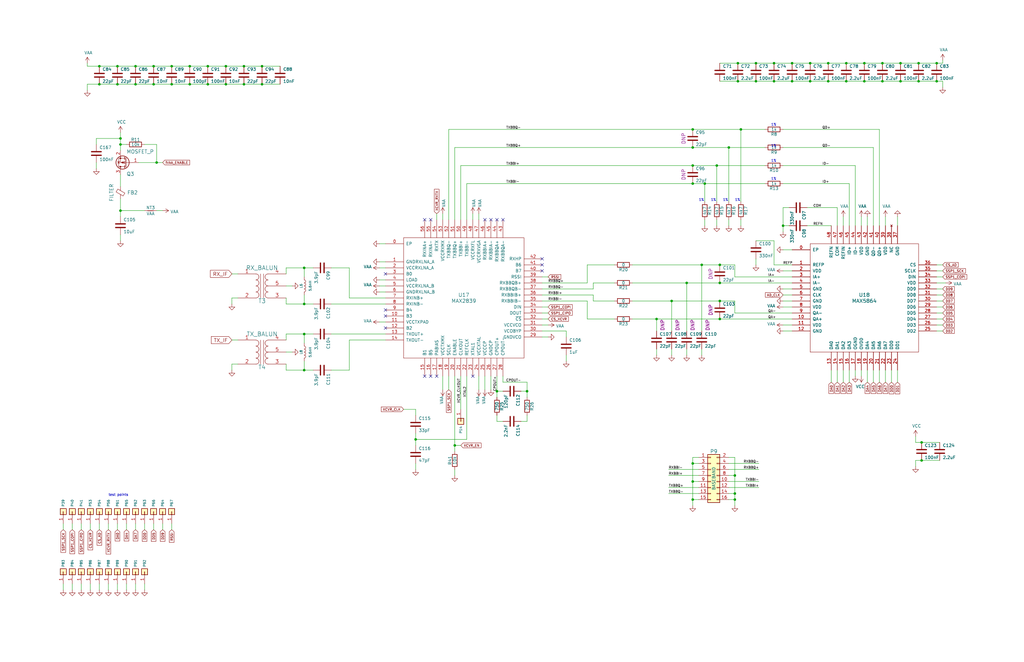
<source format=kicad_sch>
(kicad_sch (version 20230121) (generator eeschema)
  (paper "USLedger")
  (title_block (title "HackRF One") (date "2022-10-30") (rev "r9") (company "Copyright 2012-2022 Great Scott Gadgets") (comment 1 "Licensed under the CERN-OHL-P v2"))
  (junction (at 80.01 27.94))
  (junction (at 292.1 62.23))
  (junction (at 334.01 34.29))
  (junction (at 326.39 26.67))
  (junction (at 80.01 35.56))
  (junction (at 128.27 113.03))
  (junction (at 209.55 165.1))
  (junction (at 341.63 26.67))
  (junction (at 303.53 134.62))
  (junction (at 341.63 34.29))
  (junction (at 388.62 186.69))
  (junction (at 110.49 35.56))
  (junction (at 312.42 54.61))
  (junction (at 95.25 35.56))
  (junction (at 311.15 34.29))
  (junction (at 388.62 194.31))
  (junction (at 379.73 34.29))
  (junction (at 364.49 26.67))
  (junction (at 276.86 134.62))
  (junction (at 307.34 62.23))
  (junction (at 379.73 26.67))
  (junction (at 283.21 127))
  (junction (at 356.87 26.67))
  (junction (at 128.27 140.97))
  (junction (at 57.15 27.94))
  (junction (at 334.01 26.67))
  (junction (at 110.49 27.94))
  (junction (at 128.27 156.21))
  (junction (at 292.1 210.82))
  (junction (at 326.39 34.29))
  (junction (at 49.53 35.56))
  (junction (at 102.87 27.94))
  (junction (at 292.1 69.85))
  (junction (at 128.27 128.27))
  (junction (at 289.56 119.38))
  (junction (at 41.91 35.56))
  (junction (at 364.49 34.29))
  (junction (at 311.15 26.67))
  (junction (at 41.91 27.94))
  (junction (at 87.63 35.56))
  (junction (at 292.1 203.2))
  (junction (at 95.25 27.94))
  (junction (at 297.18 77.47))
  (junction (at 72.39 27.94))
  (junction (at 64.77 35.56))
  (junction (at 309.88 208.28))
  (junction (at 303.53 119.38))
  (junction (at 50.8 58.42))
  (junction (at 175.26 185.42))
  (junction (at 292.1 195.58))
  (junction (at 330.2 95.25))
  (junction (at 87.63 27.94))
  (junction (at 102.87 35.56))
  (junction (at 64.77 27.94))
  (junction (at 318.77 26.67))
  (junction (at 57.15 35.56))
  (junction (at 292.1 54.61))
  (junction (at 50.8 60.96))
  (junction (at 292.1 77.47))
  (junction (at 222.25 165.1))
  (junction (at 372.11 34.29))
  (junction (at 387.35 26.67))
  (junction (at 318.77 34.29))
  (junction (at 394.97 26.67))
  (junction (at 356.87 34.29))
  (junction (at 295.91 111.76))
  (junction (at 303.53 127))
  (junction (at 302.26 69.85))
  (junction (at 303.53 111.76))
  (junction (at 372.11 26.67))
  (junction (at 394.97 34.29))
  (junction (at 49.53 27.94))
  (junction (at 50.8 88.9))
  (junction (at 387.35 34.29))
  (junction (at 349.25 34.29))
  (junction (at 309.88 210.82))
  (junction (at 72.39 35.56))
  (junction (at 309.88 200.66))
  (junction (at 191.77 187.96))
  (junction (at 349.25 26.67))
  (junction (at 66.04 68.58))
  (no_connect (at 162.56 115.57))
  (no_connect (at 184.15 158.75))
  (no_connect (at 207.01 92.71))
  (no_connect (at 199.39 158.75))
  (no_connect (at 228.6 114.3))
  (no_connect (at 162.56 138.43))
  (no_connect (at 228.6 109.22))
  (no_connect (at 162.56 133.35))
  (no_connect (at 181.61 92.71))
  (no_connect (at 179.07 92.71))
  (no_connect (at 212.09 92.71))
  (no_connect (at 181.61 158.75))
  (no_connect (at 209.55 92.71))
  (no_connect (at 162.56 130.81))
  (no_connect (at 228.6 111.76))
  (no_connect (at 179.07 158.75))
  (no_connect (at 204.47 92.71))
  (wire (pts (xy 326.39 26.67) (xy 334.01 26.67)))
  (wire (pts (xy 250.19 124.46) (xy 250.19 127)))
  (wire (pts (xy 302.26 69.85) (xy 302.26 85.09)))
  (wire (pts (xy 326.39 34.29) (xy 334.01 34.29)))
  (wire (pts (xy 318.77 111.76) (xy 318.77 109.22)))
  (wire (pts (xy 394.97 114.3) (xy 397.51 114.3)))
  (wire (pts (xy 30.48 246.38) (xy 30.48 248.92)))
  (wire (pts (xy 250.19 121.92) (xy 250.19 119.38)))
  (wire (pts (xy 353.06 161.29) (xy 353.06 156.21)))
  (wire (pts (xy 40.64 58.42) (xy 50.8 58.42)))
  (wire (pts (xy 72.39 35.56) (xy 80.01 35.56)))
  (wire (pts (xy 365.76 156.21) (xy 365.76 161.29)))
  (wire (pts (xy 294.64 193.04) (xy 292.1 193.04)))
  (wire (pts (xy 294.64 210.82) (xy 292.1 210.82)))
  (wire (pts (xy 50.8 60.96) (xy 53.34 60.96)))
  (wire (pts (xy 349.25 34.29) (xy 356.87 34.29)))
  (wire (pts (xy 326.39 111.76) (xy 326.39 101.6)))
  (wire (pts (xy 302.26 92.71) (xy 302.26 95.25)))
  (wire (pts (xy 326.39 101.6) (xy 318.77 101.6)))
  (wire (pts (xy 303.53 119.38) (xy 334.01 119.38)))
  (wire (pts (xy 394.97 134.62) (xy 397.51 134.62)))
  (wire (pts (xy 388.62 194.31) (xy 396.24 194.31)))
  (wire (pts (xy 330.2 105.41) (xy 334.01 105.41)))
  (wire (pts (xy 100.33 115.57) (xy 97.79 115.57)))
  (wire (pts (xy 60.96 246.38) (xy 60.96 248.92)))
  (wire (pts (xy 45.72 246.38) (xy 45.72 248.92)))
  (wire (pts (xy 266.7 119.38) (xy 289.56 119.38)))
  (wire (pts (xy 194.31 69.85) (xy 292.1 69.85)))
  (wire (pts (xy 40.64 71.12) (xy 40.64 68.58)))
  (wire (pts (xy 38.1 220.98) (xy 38.1 223.52)))
  (wire (pts (xy 312.42 54.61) (xy 312.42 85.09)))
  (wire (pts (xy 373.38 156.21) (xy 373.38 161.29)))
  (wire (pts (xy 139.7 128.27) (xy 162.56 128.27)))
  (wire (pts (xy 302.26 69.85) (xy 322.58 69.85)))
  (wire (pts (xy 209.55 165.1) (xy 209.55 167.64)))
  (wire (pts (xy 41.91 27.94) (xy 49.53 27.94)))
  (wire (pts (xy 207.01 158.75) (xy 207.01 164.465)))
  (wire (pts (xy 292.1 210.82) (xy 292.1 213.36)))
  (wire (pts (xy 350.52 156.21) (xy 350.52 161.29)))
  (wire (pts (xy 247.65 111.76) (xy 259.08 111.76)))
  (wire (pts (xy 289.56 119.38) (xy 289.56 139.7)))
  (wire (pts (xy 191.77 190.5) (xy 191.77 187.96)))
  (wire (pts (xy 57.15 220.98) (xy 57.15 223.52)))
  (wire (pts (xy 222.25 177.8) (xy 222.25 175.26)))
  (wire (pts (xy 80.01 27.94) (xy 87.63 27.94)))
  (wire (pts (xy 281.94 208.28) (xy 294.64 208.28)))
  (wire (pts (xy 212.09 161.29) (xy 212.09 158.75)))
  (wire (pts (xy 394.97 116.84) (xy 397.51 116.84)))
  (wire (pts (xy 41.91 220.98) (xy 41.91 223.52)))
  (wire (pts (xy 297.18 77.47) (xy 322.58 77.47)))
  (wire (pts (xy 360.68 69.85) (xy 330.2 69.85)))
  (wire (pts (xy 379.73 34.29) (xy 387.35 34.29)))
  (wire (pts (xy 120.65 113.03) (xy 120.65 115.57)))
  (wire (pts (xy 120.65 156.21) (xy 128.27 156.21)))
  (wire (pts (xy 72.39 220.98) (xy 72.39 223.52)))
  (wire (pts (xy 318.77 34.29) (xy 326.39 34.29)))
  (wire (pts (xy 147.32 156.21) (xy 147.32 143.51)))
  (wire (pts (xy 330.2 129.54) (xy 334.01 129.54)))
  (wire (pts (xy 50.8 83.82) (xy 50.8 88.9)))
  (wire (pts (xy 60.96 88.9) (xy 50.8 88.9)))
  (wire (pts (xy 95.25 35.56) (xy 102.87 35.56)))
  (wire (pts (xy 292.1 195.58) (xy 292.1 203.2)))
  (wire (pts (xy 320.04 198.12) (xy 307.34 198.12)))
  (wire (pts (xy 147.32 113.03) (xy 147.32 125.73)))
  (wire (pts (xy 266.7 127) (xy 283.21 127)))
  (wire (pts (xy 38.1 246.38) (xy 38.1 248.92)))
  (wire (pts (xy 49.53 246.38) (xy 49.53 248.92)))
  (wire (pts (xy 139.7 156.21) (xy 147.32 156.21)))
  (wire (pts (xy 209.55 158.75) (xy 209.55 165.1)))
  (wire (pts (xy 58.42 68.58) (xy 66.04 68.58)))
  (wire (pts (xy 370.84 95.25) (xy 370.84 54.61)))
  (wire (pts (xy 320.04 205.74) (xy 307.34 205.74)))
  (wire (pts (xy 50.8 60.96) (xy 50.8 63.5)))
  (wire (pts (xy 386.08 196.85) (xy 386.08 194.31)))
  (wire (pts (xy 360.68 95.25) (xy 360.68 69.85)))
  (wire (pts (xy 49.53 27.94) (xy 57.15 27.94)))
  (wire (pts (xy 238.76 139.7) (xy 238.76 142.24)))
  (wire (pts (xy 139.7 113.03) (xy 147.32 113.03)))
  (wire (pts (xy 387.35 34.29) (xy 394.97 34.29)))
  (wire (pts (xy 379.73 26.67) (xy 387.35 26.67)))
  (wire (pts (xy 334.01 111.76) (xy 326.39 111.76)))
  (wire (pts (xy 160.02 135.89) (xy 162.56 135.89)))
  (wire (pts (xy 41.91 246.38) (xy 41.91 248.92)))
  (wire (pts (xy 128.27 140.97) (xy 128.27 144.78)))
  (wire (pts (xy 289.56 119.38) (xy 303.53 119.38)))
  (wire (pts (xy 87.63 35.56) (xy 95.25 35.56)))
  (wire (pts (xy 128.27 113.03) (xy 132.08 113.03)))
  (wire (pts (xy 120.65 128.27) (xy 128.27 128.27)))
  (wire (pts (xy 276.86 147.32) (xy 276.86 149.86)))
  (wire (pts (xy 194.31 92.71) (xy 194.31 69.85)))
  (wire (pts (xy 209.55 175.26) (xy 209.55 177.8)))
  (wire (pts (xy 311.15 26.67) (xy 318.77 26.67)))
  (wire (pts (xy 303.53 127) (xy 309.88 127)))
  (wire (pts (xy 36.83 35.56) (xy 36.83 38.1)))
  (wire (pts (xy 34.29 220.98) (xy 34.29 223.52)))
  (wire (pts (xy 309.88 111.76) (xy 309.88 116.84)))
  (wire (pts (xy 320.04 203.2) (xy 307.34 203.2)))
  (wire (pts (xy 320.04 195.58) (xy 307.34 195.58)))
  (wire (pts (xy 120.65 113.03) (xy 128.27 113.03)))
  (wire (pts (xy 283.21 127) (xy 303.53 127)))
  (wire (pts (xy 364.49 34.29) (xy 372.11 34.29)))
  (wire (pts (xy 294.64 195.58) (xy 292.1 195.58)))
  (wire (pts (xy 191.77 62.23) (xy 292.1 62.23)))
  (wire (pts (xy 191.77 187.96) (xy 194.31 187.96)))
  (wire (pts (xy 228.6 129.54) (xy 231.14 129.54)))
  (wire (pts (xy 228.6 132.08) (xy 231.14 132.08)))
  (wire (pts (xy 303.53 134.62) (xy 334.01 134.62)))
  (wire (pts (xy 160.02 123.19) (xy 162.56 123.19)))
  (wire (pts (xy 160.02 120.65) (xy 162.56 120.65)))
  (wire (pts (xy 175.26 175.26) (xy 175.26 172.72)))
  (wire (pts (xy 128.27 152.4) (xy 128.27 156.21)))
  (wire (pts (xy 72.39 27.94) (xy 80.01 27.94)))
  (wire (pts (xy 330.2 124.46) (xy 334.01 124.46)))
  (wire (pts (xy 295.91 147.32) (xy 295.91 149.86)))
  (wire (pts (xy 363.22 158.75) (xy 363.22 156.21)))
  (wire (pts (xy 394.97 129.54) (xy 397.51 129.54)))
  (wire (pts (xy 120.65 143.51) (xy 120.65 140.97)))
  (wire (pts (xy 123.19 120.65) (xy 120.65 120.65)))
  (wire (pts (xy 309.88 127) (xy 309.88 132.08)))
  (wire (pts (xy 281.94 200.66) (xy 294.64 200.66)))
  (wire (pts (xy 247.65 127) (xy 228.6 127)))
  (wire (pts (xy 36.83 27.94) (xy 41.91 27.94)))
  (wire (pts (xy 297.18 95.25) (xy 297.18 92.71)))
  (wire (pts (xy 373.38 91.44) (xy 373.38 95.25)))
  (wire (pts (xy 50.8 73.66) (xy 50.8 78.74)))
  (wire (pts (xy 368.3 62.23) (xy 330.2 62.23)))
  (wire (pts (xy 191.77 200.66) (xy 191.77 198.12)))
  (wire (pts (xy 50.8 101.6) (xy 50.8 99.06)))
  (wire (pts (xy 199.39 90.17) (xy 199.39 92.71)))
  (wire (pts (xy 356.87 26.67) (xy 364.49 26.67)))
  (wire (pts (xy 228.6 124.46) (xy 250.19 124.46)))
  (wire (pts (xy 175.26 198.12) (xy 175.26 195.58)))
  (wire (pts (xy 204.47 158.75) (xy 204.47 164.465)))
  (wire (pts (xy 128.27 156.21) (xy 132.08 156.21)))
  (wire (pts (xy 189.23 158.75) (xy 189.23 164.465)))
  (wire (pts (xy 386.08 194.31) (xy 388.62 194.31)))
  (wire (pts (xy 349.25 26.67) (xy 356.87 26.67)))
  (wire (pts (xy 394.97 139.7) (xy 397.51 139.7)))
  (wire (pts (xy 355.6 91.44) (xy 355.6 95.25)))
  (wire (pts (xy 231.14 137.16) (xy 228.6 137.16)))
  (wire (pts (xy 330.2 95.25) (xy 330.2 97.79)))
  (wire (pts (xy 283.21 139.7) (xy 283.21 127)))
  (wire (pts (xy 222.25 161.29) (xy 212.09 161.29)))
  (wire (pts (xy 228.6 121.92) (xy 250.19 121.92)))
  (wire (pts (xy 387.35 26.67) (xy 394.97 26.67)))
  (wire (pts (xy 309.88 132.08) (xy 334.01 132.08)))
  (wire (pts (xy 289.56 147.32) (xy 289.56 149.86)))
  (wire (pts (xy 238.76 152.4) (xy 238.76 149.86)))
  (wire (pts (xy 102.87 27.94) (xy 110.49 27.94)))
  (wire (pts (xy 394.97 137.16) (xy 397.51 137.16)))
  (wire (pts (xy 307.34 92.71) (xy 307.34 95.25)))
  (wire (pts (xy 295.91 111.76) (xy 303.53 111.76)))
  (wire (pts (xy 228.6 119.38) (xy 247.65 119.38)))
  (wire (pts (xy 45.72 223.52) (xy 45.72 220.98)))
  (wire (pts (xy 196.85 158.75) (xy 196.85 185.42)))
  (wire (pts (xy 97.79 143.51) (xy 100.33 143.51)))
  (wire (pts (xy 303.53 26.67) (xy 311.15 26.67)))
  (wire (pts (xy 356.87 34.29) (xy 364.49 34.29)))
  (wire (pts (xy 307.34 208.28) (xy 309.88 208.28)))
  (wire (pts (xy 50.8 88.9) (xy 50.8 91.44)))
  (wire (pts (xy 368.3 156.21) (xy 368.3 161.29)))
  (wire (pts (xy 222.25 165.1) (xy 219.71 165.1)))
  (wire (pts (xy 196.85 77.47) (xy 292.1 77.47)))
  (wire (pts (xy 341.63 34.29) (xy 349.25 34.29)))
  (wire (pts (xy 309.88 208.28) (xy 309.88 210.82)))
  (wire (pts (xy 120.65 153.67) (xy 120.65 156.21)))
  (wire (pts (xy 330.2 87.63) (xy 330.2 95.25)))
  (wire (pts (xy 196.85 92.71) (xy 196.85 77.47)))
  (wire (pts (xy 292.1 193.04) (xy 292.1 195.58)))
  (wire (pts (xy 184.15 90.17) (xy 184.15 92.71)))
  (wire (pts (xy 102.87 35.56) (xy 110.49 35.56)))
  (wire (pts (xy 283.21 147.32) (xy 283.21 149.86)))
  (wire (pts (xy 175.26 182.88) (xy 175.26 185.42)))
  (wire (pts (xy 194.31 172.72) (xy 194.31 158.75)))
  (wire (pts (xy 53.34 223.52) (xy 53.34 220.98)))
  (wire (pts (xy 266.7 134.62) (xy 276.86 134.62)))
  (wire (pts (xy 160.02 113.03) (xy 162.56 113.03)))
  (wire (pts (xy 394.97 132.08) (xy 397.51 132.08)))
  (wire (pts (xy 394.97 124.46) (xy 397.51 124.46)))
  (wire (pts (xy 118.11 35.56) (xy 110.49 35.56)))
  (wire (pts (xy 128.27 124.46) (xy 128.27 128.27)))
  (wire (pts (xy 378.46 156.21) (xy 378.46 161.29)))
  (wire (pts (xy 358.14 77.47) (xy 358.14 95.25)))
  (wire (pts (xy 250.19 119.38) (xy 259.08 119.38)))
  (wire (pts (xy 95.25 27.94) (xy 102.87 27.94)))
  (wire (pts (xy 353.06 87.63) (xy 340.36 87.63)))
  (wire (pts (xy 294.64 203.2) (xy 292.1 203.2)))
  (wire (pts (xy 191.77 92.71) (xy 191.77 62.23)))
  (wire (pts (xy 41.91 35.56) (xy 49.53 35.56)))
  (wire (pts (xy 378.46 91.44) (xy 378.46 95.25)))
  (wire (pts (xy 358.14 161.29) (xy 358.14 156.21)))
  (wire (pts (xy 309.88 200.66) (xy 309.88 208.28)))
  (wire (pts (xy 128.27 116.84) (xy 128.27 113.03)))
  (wire (pts (xy 212.09 165.1) (xy 209.55 165.1)))
  (wire (pts (xy 330.2 121.92) (xy 334.01 121.92)))
  (wire (pts (xy 160.02 102.87) (xy 162.56 102.87)))
  (wire (pts (xy 394.97 26.67) (xy 397.51 26.67)))
  (wire (pts (xy 189.23 54.61) (xy 292.1 54.61)))
  (wire (pts (xy 219.71 177.8) (xy 222.25 177.8)))
  (wire (pts (xy 388.62 186.69) (xy 396.24 186.69)))
  (wire (pts (xy 370.84 156.21) (xy 370.84 161.29)))
  (wire (pts (xy 332.74 87.63) (xy 330.2 87.63)))
  (wire (pts (xy 123.19 148.59) (xy 120.65 148.59)))
  (wire (pts (xy 147.32 143.51) (xy 162.56 143.51)))
  (wire (pts (xy 50.8 55.88) (xy 50.8 58.42)))
  (wire (pts (xy 303.53 111.76) (xy 309.88 111.76)))
  (wire (pts (xy 100.33 153.67) (xy 97.79 153.67)))
  (wire (pts (xy 175.26 172.72) (xy 170.18 172.72)))
  (wire (pts (xy 397.51 34.29) (xy 397.51 36.83)))
  (wire (pts (xy 330.2 137.16) (xy 334.01 137.16)))
  (wire (pts (xy 307.34 62.23) (xy 322.58 62.23)))
  (wire (pts (xy 66.04 60.96) (xy 66.04 68.58)))
  (wire (pts (xy 311.15 34.29) (xy 318.77 34.29)))
  (wire (pts (xy 309.88 116.84) (xy 334.01 116.84)))
  (wire (pts (xy 386.08 186.69) (xy 388.62 186.69)))
  (wire (pts (xy 370.84 54.61) (xy 330.2 54.61)))
  (wire (pts (xy 26.67 246.38) (xy 26.67 248.92)))
  (wire (pts (xy 341.63 26.67) (xy 349.25 26.67)))
  (wire (pts (xy 397.51 26.67) (xy 397.51 25.4)))
  (wire (pts (xy 309.88 210.82) (xy 309.88 213.36)))
  (wire (pts (xy 186.69 90.17) (xy 186.69 92.71)))
  (wire (pts (xy 358.14 77.47) (xy 330.2 77.47)))
  (wire (pts (xy 281.94 205.74) (xy 294.64 205.74)))
  (wire (pts (xy 68.58 223.52) (xy 68.58 220.98)))
  (wire (pts (xy 276.86 134.62) (xy 276.86 139.7)))
  (wire (pts (xy 139.7 140.97) (xy 162.56 140.97)))
  (wire (pts (xy 292.1 77.47) (xy 297.18 77.47)))
  (wire (pts (xy 292.1 54.61) (xy 312.42 54.61)))
  (wire (pts (xy 334.01 26.67) (xy 341.63 26.67)))
  (wire (pts (xy 340.36 95.25) (xy 350.52 95.25)))
  (wire (pts (xy 332.74 95.25) (xy 330.2 95.25)))
  (wire (pts (xy 53.34 246.38) (xy 53.34 248.92)))
  (wire (pts (xy 292.1 62.23) (xy 307.34 62.23)))
  (wire (pts (xy 87.63 27.94) (xy 95.25 27.94)))
  (wire (pts (xy 303.53 34.29) (xy 311.15 34.29)))
  (wire (pts (xy 394.97 127) (xy 397.51 127)))
  (wire (pts (xy 250.19 127) (xy 259.08 127)))
  (wire (pts (xy 64.77 223.52) (xy 64.77 220.98)))
  (wire (pts (xy 372.11 34.29) (xy 379.73 34.29)))
  (wire (pts (xy 209.55 177.8) (xy 212.09 177.8)))
  (wire (pts (xy 360.68 158.75) (xy 360.68 156.21)))
  (wire (pts (xy 276.86 134.62) (xy 303.53 134.62)))
  (wire (pts (xy 222.25 161.29) (xy 222.25 165.1)))
  (wire (pts (xy 228.6 139.7) (xy 238.76 139.7)))
  (wire (pts (xy 297.18 77.47) (xy 297.18 85.09)))
  (wire (pts (xy 160.02 118.11) (xy 162.56 118.11)))
  (wire (pts (xy 330.2 114.3) (xy 334.01 114.3)))
  (wire (pts (xy 259.08 134.62) (xy 247.65 134.62)))
  (wire (pts (xy 66.04 68.58) (xy 68.58 68.58)))
  (wire (pts (xy 330.2 127) (xy 334.01 127)))
  (wire (pts (xy 363.22 91.44) (xy 363.22 95.25)))
  (wire (pts (xy 80.01 35.56) (xy 87.63 35.56)))
  (wire (pts (xy 201.93 90.17) (xy 201.93 92.71)))
  (wire (pts (xy 330.2 139.7) (xy 334.01 139.7)))
  (wire (pts (xy 186.69 158.75) (xy 186.69 164.465)))
  (wire (pts (xy 375.92 156.21) (xy 375.92 161.29)))
  (wire (pts (xy 120.65 140.97) (xy 128.27 140.97)))
  (wire (pts (xy 57.15 246.38) (xy 57.15 248.92)))
  (wire (pts (xy 364.49 26.67) (xy 372.11 26.67)))
  (wire (pts (xy 97.79 128.27) (xy 97.79 125.73)))
  (wire (pts (xy 66.04 88.9) (xy 68.58 88.9)))
  (wire (pts (xy 160.02 110.49) (xy 162.56 110.49)))
  (wire (pts (xy 398.78 119.38) (xy 394.97 119.38)))
  (wire (pts (xy 57.15 27.94) (xy 64.77 27.94)))
  (wire (pts (xy 49.53 220.98) (xy 49.53 223.52)))
  (wire (pts (xy 394.97 121.92) (xy 397.51 121.92)))
  (wire (pts (xy 372.11 26.67) (xy 379.73 26.67)))
  (wire (pts (xy 355.6 156.21) (xy 355.6 161.29)))
  (wire (pts (xy 201.93 158.75) (xy 201.93 164.465)))
  (wire (pts (xy 120.65 125.73) (xy 120.65 128.27)))
  (wire (pts (xy 60.96 220.98) (xy 60.96 223.52)))
  (wire (pts (xy 30.48 220.98) (xy 30.48 223.52)))
  (wire (pts (xy 128.27 140.97) (xy 132.08 140.97)))
  (wire (pts (xy 64.77 27.94) (xy 72.39 27.94)))
  (wire (pts (xy 365.76 91.44) (xy 365.76 95.25)))
  (wire (pts (xy 175.26 185.42) (xy 175.26 187.96)))
  (wire (pts (xy 57.15 35.56) (xy 64.77 35.56)))
  (wire (pts (xy 307.34 193.04) (xy 309.88 193.04)))
  (wire (pts (xy 34.29 246.38) (xy 34.29 248.92)))
  (wire (pts (xy 368.3 62.23) (xy 368.3 95.25)))
  (wire (pts (xy 64.77 35.56) (xy 72.39 35.56)))
  (wire (pts (xy 196.85 185.42) (xy 175.26 185.42)))
  (wire (pts (xy 26.67 220.98) (xy 26.67 223.52)))
  (wire (pts (xy 40.64 60.96) (xy 40.64 58.42)))
  (wire (pts (xy 266.7 111.76) (xy 295.91 111.76)))
  (wire (pts (xy 49.53 35.56) (xy 57.15 35.56)))
  (wire (pts (xy 97.79 125.73) (xy 100.33 125.73)))
  (wire (pts (xy 394.97 34.29) (xy 397.51 34.29)))
  (wire (pts (xy 318.77 26.67) (xy 326.39 26.67)))
  (wire (pts (xy 386.08 184.15) (xy 386.08 186.69)))
  (wire (pts (xy 147.32 125.73) (xy 162.56 125.73)))
  (wire (pts (xy 247.65 119.38) (xy 247.65 111.76)))
  (wire (pts (xy 50.8 58.42) (xy 50.8 60.96)))
  (wire (pts (xy 228.6 116.84) (xy 231.14 116.84)))
  (wire (pts (xy 281.94 198.12) (xy 294.64 198.12)))
  (wire (pts (xy 312.42 54.61) (xy 322.58 54.61)))
  (wire (pts (xy 307.34 210.82) (xy 309.88 210.82)))
  (wire (pts (xy 307.34 62.23) (xy 307.34 85.09)))
  (wire (pts (xy 334.01 34.29) (xy 341.63 34.29)))
  (wire (pts (xy 394.97 111.76) (xy 397.51 111.76)))
  (wire (pts (xy 110.49 27.94) (xy 118.11 27.94)))
  (wire (pts (xy 189.23 54.61) (xy 189.23 92.71)))
  (wire (pts (xy 36.83 27.94) (xy 36.83 26.67)))
  (wire (pts (xy 292.1 203.2) (xy 292.1 210.82)))
  (wire (pts (xy 295.91 139.7) (xy 295.91 111.76)))
  (wire (pts (xy 228.6 134.62) (xy 231.14 134.62)))
  (wire (pts (xy 36.83 35.56) (xy 41.91 35.56)))
  (wire (pts (xy 222.25 165.1) (xy 222.25 167.64)))
  (wire (pts (xy 128.27 128.27) (xy 132.08 128.27)))
  (wire (pts (xy 191.77 187.96) (xy 191.77 158.75)))
  (wire (pts (xy 292.1 69.85) (xy 302.26 69.85)))
  (wire (pts (xy 60.96 60.96) (xy 66.04 60.96)))
  (wire (pts (xy 307.34 200.66) (xy 309.88 200.66)))
  (wire (pts (xy 247.65 134.62) (xy 247.65 127)))
  (wire (pts (xy 309.88 193.04) (xy 309.88 200.66)))
  (wire (pts (xy 231.14 142.24) (xy 228.6 142.24)))
  (wire (pts (xy 312.42 92.71) (xy 312.42 95.25)))
  (wire (pts (xy 97.79 153.67) (xy 97.79 156.21)))
  (wire (pts (xy 353.06 95.25) (xy 353.06 87.63)))
  (text "1%" (at 299.72 85.09 0) (effects (font (size 1.016 1.016)) (justify left bottom)))
  (text "1%" (at 325.12 62.23 0) (effects (font (size 1.016 1.016)) (justify left bottom)))
  (text "1%" (at 325.12 76.2 0) (effects (font (size 1.016 1.016)) (justify left bottom)))
  (text "1%" (at 294.64 85.09 0) (effects (font (size 1.016 1.016)) (justify left bottom)))
  (text "1%" (at 325.12 53.34 0) (effects (font (size 1.016 1.016)) (justify left bottom)))
  (text "1%" (at 309.88 85.09 0) (effects (font (size 1.016 1.016)) (justify left bottom)))
  (text "1%" (at 304.8 85.09 0) (effects (font (size 1.016 1.016)) (justify left bottom)))
  (text "test points" (at 45.72 209.55 0) (effects (font (size 1.016 1.016)) (justify left bottom)))
  (text "1%" (at 325.12 68.58 0) (effects (font (size 1.016 1.016)) (justify left bottom)))
  (label "QD-" (at 346.71 62.23 0) (effects (font (size 1.016 1.016))))
  (label "CPOUT-" (at 213.36 161.29 0) (effects (font (size 1.016 1.016))))
  (label "TXBBQ-" (at 281.94 208.28 0) (effects (font (size 1.016 1.016))))
  (label "QD+" (at 346.71 54.61 0) (effects (font (size 1.016 1.016))))
  (label "TXBBQ+" (at 281.94 205.74 0) (effects (font (size 1.016 1.016))))
  (label "TXBBI+" (at 320.04 205.74 180) (effects (font (size 1.016 1.016))))
  (label "COM" (at 342.9 87.63 0) (effects (font (size 1.016 1.016))))
  (label "RXBBI-" (at 231.14 127 0) (effects (font (size 1.016 1.016))))
  (label "XTAL2" (at 196.85 167.64 90) (effects (font (size 1.016 1.016))))
  (label "TXBBQ+" (at 213.36 62.23 0) (effects (font (size 1.016 1.016))))
  (label "ID-" (at 346.71 69.85 0) (effects (font (size 1.016 1.016))))
  (label "TXBBI-" (at 320.04 203.2 180) (effects (font (size 1.016 1.016))))
  (label "CPOUT+" (at 209.55 165.1 90) (effects (font (size 1.016 1.016))))
  (label "TXBBI-" (at 213.36 77.47 0) (effects (font (size 1.016 1.016))))
  (label "REFN" (at 342.9 95.25 0) (effects (font (size 1.016 1.016))))
  (label "IA-" (at 323.85 119.38 0) (effects (font (size 1.016 1.016))))
  (label "RXBBI+" (at 281.94 200.66 0) (effects (font (size 1.016 1.016))))
  (label "RXBBI+" (at 231.14 124.46 0) (effects (font (size 1.016 1.016))))
  (label "QA+" (at 323.85 134.62 0) (effects (font (size 1.016 1.016))))
  (label "RXBBI-" (at 281.94 198.12 0) (effects (font (size 1.016 1.016))))
  (label "REFP" (at 330.2 111.76 0) (effects (font (size 1.016 1.016))))
  (label "ID+" (at 346.71 77.47 0) (effects (font (size 1.016 1.016))))
  (label "XCVR_CLKOUT" (at 194.31 170.18 90) (effects (font (size 1.016 1.016))))
  (label "IA+" (at 323.85 116.84 0) (effects (font (size 1.016 1.016))))
  (label "RXBBQ+" (at 231.14 119.38 0) (effects (font (size 1.016 1.016))))
  (label "RXBBQ-" (at 320.04 195.58 180) (effects (font (size 1.016 1.016))))
  (label "TXBBI+" (at 213.36 69.85 0) (effects (font (size 1.016 1.016))))
  (label "RXBBQ+" (at 320.04 198.12 180) (effects (font (size 1.016 1.016))))
  (label "QA-" (at 323.85 132.08 0) (effects (font (size 1.016 1.016))))
  (label "RXBBQ-" (at 231.14 121.92 0) (effects (font (size 1.016 1.016))))
  (label "TXBBQ-" (at 213.36 54.61 0) (effects (font (size 1.016 1.016))))
  (global_label "RX_IF" (shape input) (at 97.79 115.57 180) (effects (font (size 1.524 1.524))) (property "Intersheetrefs" "${INTERSHEET_REFS}" (effects hide)))
  (global_label "SSP1_SCK" (shape input) (at 189.23 164.465 270) (effects (font (size 1.016 1.016))) (property "Intersheetrefs" "${INTERSHEET_REFS}" (effects hide)))
  (global_label "XCVR_RXTX" (shape input) (at 184.15 90.17 90) (effects (font (size 1.016 1.016))) (property "Intersheetrefs" "${INTERSHEET_REFS}" (effects hide)))
  (global_label "XCVR_CLK" (shape input) (at 170.18 172.72 180) (effects (font (size 1.016 1.016))) (property "Intersheetrefs" "${INTERSHEET_REFS}" (effects hide)))
  (global_label "DA4" (shape input) (at 365.76 161.29 270) (effects (font (size 1.016 1.016))) (property "Intersheetrefs" "${INTERSHEET_REFS}" (effects hide)))
  (global_label "RSSI" (shape input) (at 231.14 116.84 0) (effects (font (size 1.016 1.016))) (property "Intersheetrefs" "${INTERSHEET_REFS}" (effects hide)))
  (global_label "CS_XCVR" (shape input) (at 38.1 223.52 270) (effects (font (size 1.016 1.016))) (property "Intersheetrefs" "${INTERSHEET_REFS}" (effects hide)))
  (global_label "DD3" (shape input) (at 397.51 137.16 0) (effects (font (size 1.016 1.016))) (property "Intersheetrefs" "${INTERSHEET_REFS}" (effects hide)))
  (global_label "DA6" (shape input) (at 370.84 161.29 270) (effects (font (size 1.016 1.016))) (property "Intersheetrefs" "${INTERSHEET_REFS}" (effects hide)))
  (global_label "DD5" (shape input) (at 397.51 132.08 0) (effects (font (size 1.016 1.016))) (property "Intersheetrefs" "${INTERSHEET_REFS}" (effects hide)))
  (global_label "XCVR_EN" (shape input) (at 194.31 187.96 0) (effects (font (size 1.016 1.016))) (property "Intersheetrefs" "${INTERSHEET_REFS}" (effects hide)))
  (global_label "DD8" (shape input) (at 397.51 124.46 0) (effects (font (size 1.016 1.016))) (property "Intersheetrefs" "${INTERSHEET_REFS}" (effects hide)))
  (global_label "SSP1_COPI" (shape input) (at 397.51 116.84 0) (effects (font (size 1.016 1.016))) (property "Intersheetrefs" "${INTERSHEET_REFS}" (effects hide)))
  (global_label "DD5" (shape input) (at 64.77 223.52 270) (effects (font (size 1.016 1.016))) (property "Intersheetrefs" "${INTERSHEET_REFS}" (effects hide)))
  (global_label "DD1" (shape input) (at 378.46 161.29 270) (effects (font (size 1.016 1.016))) (property "Intersheetrefs" "${INTERSHEET_REFS}" (effects hide)))
  (global_label "DA2" (shape input) (at 355.6 161.29 270) (effects (font (size 1.016 1.016))) (property "Intersheetrefs" "${INTERSHEET_REFS}" (effects hide)))
  (global_label "DD7" (shape input) (at 397.51 127 0) (effects (font (size 1.016 1.016))) (property "Intersheetrefs" "${INTERSHEET_REFS}" (effects hide)))
  (global_label "SSP1_SCK" (shape input) (at 397.51 114.3 0) (effects (font (size 1.016 1.016))) (property "Intersheetrefs" "${INTERSHEET_REFS}" (effects hide)))
  (global_label "DD9" (shape input) (at 68.58 223.52 270) (effects (font (size 1.016 1.016))) (property "Intersheetrefs" "${INTERSHEET_REFS}" (effects hide)))
  (global_label "DA0" (shape input) (at 49.53 223.52 270) (effects (font (size 1.016 1.016))) (property "Intersheetrefs" "${INTERSHEET_REFS}" (effects hide)))
  (global_label "SSP1_COPI" (shape input) (at 30.48 223.52 270) (effects (font (size 1.016 1.016))) (property "Intersheetrefs" "${INTERSHEET_REFS}" (effects hide)))
  (global_label "AD_CLK" (shape input) (at 330.2 124.46 180) (effects (font (size 1.016 1.016))) (property "Intersheetrefs" "${INTERSHEET_REFS}" (effects hide)))
  (global_label "DA5" (shape input) (at 368.3 161.29 270) (effects (font (size 1.016 1.016))) (property "Intersheetrefs" "${INTERSHEET_REFS}" (effects hide)))
  (global_label "RSSI" (shape input) (at 72.39 223.52 270) (effects (font (size 1.016 1.016))) (property "Intersheetrefs" "${INTERSHEET_REFS}" (effects hide)))
  (global_label "TX_IF" (shape input) (at 97.79 143.51 180) (effects (font (size 1.524 1.524))) (property "Intersheetrefs" "${INTERSHEET_REFS}" (effects hide)))
  (global_label "DD9" (shape input) (at 397.51 121.92 0) (effects (font (size 1.016 1.016))) (property "Intersheetrefs" "${INTERSHEET_REFS}" (effects hide)))
  (global_label "!VAA_ENABLE" (shape input) (at 68.58 68.58 0) (effects (font (size 1.016 1.016))) (property "Intersheetrefs" "${INTERSHEET_REFS}" (effects hide)))
  (global_label "SSP1_CIPO" (shape input) (at 231.14 132.08 0) (effects (font (size 1.016 1.016))) (property "Intersheetrefs" "${INTERSHEET_REFS}" (effects hide)))
  (global_label "SSP1_CIPO" (shape input) (at 34.29 223.52 270) (effects (font (size 1.016 1.016))) (property "Intersheetrefs" "${INTERSHEET_REFS}" (effects hide)))
  (global_label "DD6" (shape input) (at 397.51 129.54 0) (effects (font (size 1.016 1.016))) (property "Intersheetrefs" "${INTERSHEET_REFS}" (effects hide)))
  (global_label "DD4" (shape input) (at 397.51 134.62 0) (effects (font (size 1.016 1.016))) (property "Intersheetrefs" "${INTERSHEET_REFS}" (effects hide)))
  (global_label "CS_XCVR" (shape input) (at 231.14 134.62 0) (effects (font (size 1.016 1.016))) (property "Intersheetrefs" "${INTERSHEET_REFS}" (effects hide)))
  (global_label "XCVR_RXTX" (shape input) (at 45.72 223.52 270) (effects (font (size 1.016 1.016))) (property "Intersheetrefs" "${INTERSHEET_REFS}" (effects hide)))
  (global_label "SSP1_COPI" (shape input) (at 231.14 129.54 0) (effects (font (size 1.016 1.016))) (property "Intersheetrefs" "${INTERSHEET_REFS}" (effects hide)))
  (global_label "DA4" (shape input) (at 53.34 223.52 270) (effects (font (size 1.016 1.016))) (property "Intersheetrefs" "${INTERSHEET_REFS}" (effects hide)))
  (global_label "DA7" (shape input) (at 57.15 223.52 270) (effects (font (size 1.016 1.016))) (property "Intersheetrefs" "${INTERSHEET_REFS}" (effects hide)))
  (global_label "DD2" (shape input) (at 397.51 139.7 0) (effects (font (size 1.016 1.016))) (property "Intersheetrefs" "${INTERSHEET_REFS}" (effects hide)))
  (global_label "DD0" (shape input) (at 60.96 223.52 270) (effects (font (size 1.016 1.016))) (property "Intersheetrefs" "${INTERSHEET_REFS}" (effects hide)))
  (global_label "DA1" (shape input) (at 353.06 161.29 270) (effects (font (size 1.016 1.016))) (property "Intersheetrefs" "${INTERSHEET_REFS}" (effects hide)))
  (global_label "DA3" (shape input) (at 358.14 161.29 270) (effects (font (size 1.016 1.016))) (property "Intersheetrefs" "${INTERSHEET_REFS}" (effects hide)))
  (global_label "DA0" (shape input) (at 350.52 161.29 270) (effects (font (size 1.016 1.016))) (property "Intersheetrefs" "${INTERSHEET_REFS}" (effects hide)))
  (global_label "DA7" (shape input) (at 373.38 161.29 270) (effects (font (size 1.016 1.016))) (property "Intersheetrefs" "${INTERSHEET_REFS}" (effects hide)))
  (global_label "SSP1_SCK" (shape input) (at 26.67 223.52 270) (effects (font (size 1.016 1.016))) (property "Intersheetrefs" "${INTERSHEET_REFS}" (effects hide)))
  (global_label "CS_AD" (shape input) (at 41.91 223.52 270) (effects (font (size 1.016 1.016))) (property "Intersheetrefs" "${INTERSHEET_REFS}" (effects hide)))
  (global_label "CS_AD" (shape input) (at 397.51 111.76 0) (effects (font (size 1.016 1.016))) (property "Intersheetrefs" "${INTERSHEET_REFS}" (effects hide)))
  (global_label "DD0" (shape input) (at 375.92 161.29 270) (effects (font (size 1.016 1.016))) (property "Intersheetrefs" "${INTERSHEET_REFS}" (effects hide)))
  (symbol (lib_id "hackrf:MAX2839") (at 195.58 125.73 0) (unit 1)
    (property "Reference" "U17" (at 195.58 124.46 0) (effects (font (size 1.524 1.524))))
    (property "Value" "MAX2839" (at 195.58 127 0) (effects (font (size 1.524 1.524))))
    (property "Footprint" "gsg-modules:QFN-56-1EP_8x8mm_P0.5mm_EP6.5x6.5mm_ThermalVias" (effects hide))
    (property "Manufacturer" "Maxim" (effects hide))
    (property "Part Number" "MAX2839ETN+" (effects hide))
    (property "Description" "IC RF TXRX CELLULAR 56WFQFN" (effects hide))
  )
  (symbol (lib_id "hackrf:MAX5864") (at 364.49 125.73 0) (unit 1)
    (property "Reference" "U18" (at 364.49 124.46 0) (effects (font (size 1.524 1.524))))
    (property "Value" "MAX5864" (at 364.49 127 0) (effects (font (size 1.524 1.524))))
    (property "Footprint" "hackrf:GSG-QFN48-7" (effects hide))
    (property "Manufacturer" "Maxim" (effects hide))
    (property "Part Number" "MAX5864ETM+" (effects hide))
    (property "Description" "IC ANLG FRONT END 22MSPS 48-TQFN" (effects hide))
  )
  (symbol (lib_id "power:GND") (at 160.02 102.87 270) (unit 1)
    (property "Reference" "#PWR0161" (effects hide))
    (property "Value" "GND" (effects hide))
  )
  (symbol (lib_id "power:GND") (at 160.02 110.49 270) (unit 1)
    (property "Reference" "#PWR0160" (effects hide))
    (property "Value" "GND" (effects hide))
  )
  (symbol (lib_id "Device:C") (at 41.91 31.75 0) (unit 1)
    (property "Reference" "C84" (at 43.18 29.21 0) (effects (justify left)))
    (property "Value" "22pF" (at 43.18 34.29 0) (effects (justify left)))
    (property "Footprint" "hackrf:GSG-0402" (effects hide))
    (property "Manufacturer" "Samsung" (effects hide))
    (property "Part Number" "CL05C220JB5NNNC" (effects hide))
    (property "Description" "CAP CER 22PF 50V 5% C0G/NP0 0402" (effects hide))
  )
  (symbol (lib_id "power:GND") (at 97.79 128.27 0) (unit 1)
    (property "Reference" "#PWR0159" (effects hide))
    (property "Value" "GND" (effects hide))
  )
  (symbol (lib_id "power:GND") (at 97.79 156.21 0) (unit 1)
    (property "Reference" "#PWR0158" (effects hide))
    (property "Value" "GND" (effects hide))
  )
  (symbol (lib_id "power:GND") (at 36.83 38.1 0) (unit 1)
    (property "Reference" "#PWR0157" (effects hide))
    (property "Value" "GND" (effects hide))
  )
  (symbol (lib_id "power:GND") (at 207.01 164.465 0) (unit 1)
    (property "Reference" "#PWR0156" (effects hide))
    (property "Value" "GND" (effects hide))
  )
  (symbol (lib_id "Device:C") (at 215.9 177.8 270) (unit 1)
    (property "Reference" "C114" (at 218.44 179.07 0) (effects (justify left)))
    (property "Value" "2.2nF" (at 213.36 179.07 0) (effects (justify left)))
    (property "Footprint" "hackrf:GSG-0402" (effects hide))
    (property "Manufacturer" "Murata" (effects hide))
    (property "Part Number" "GRM155R71H222KA01D" (effects hide))
    (property "Description" "CAP CER 2200PF 50V 10% X7R 0402" (effects hide))
  )
  (symbol (lib_id "Device:R") (at 209.55 171.45 0) (unit 1)
    (property "Reference" "R25" (at 211.582 171.45 90))
    (property "Value" "750" (at 209.55 171.45 90))
    (property "Footprint" "hackrf:GSG-0402" (effects hide))
    (property "Manufacturer" "Yageo" (effects hide))
    (property "Part Number" "RC0402FR-07750RL" (effects hide))
    (property "Description" "RES 750 OHM 1% 1/16W 0402" (effects hide))
  )
  (symbol (lib_id "Device:R") (at 222.25 171.45 0) (unit 1)
    (property "Reference" "R26" (at 224.282 171.45 90))
    (property "Value" "750" (at 222.25 171.45 90))
    (property "Footprint" "hackrf:GSG-0402" (effects hide))
    (property "Manufacturer" "Yageo" (effects hide))
    (property "Part Number" "RC0402FR-07750RL" (effects hide))
    (property "Description" "RES 750 OHM 1% 1/16W 0402" (effects hide))
  )
  (symbol (lib_id "Device:C") (at 238.76 146.05 0) (unit 1)
    (property "Reference" "C106" (at 240.03 143.51 0) (effects (justify left)))
    (property "Value" "1uF" (at 240.03 148.59 0) (effects (justify left)))
    (property "Footprint" "hackrf:GSG-0402" (effects hide))
    (property "Manufacturer" "Samsung" (effects hide))
    (property "Part Number" "CL05A105KP5NNNC" (effects hide))
    (property "Description" "CAP CER 1UF 10V 10% X5R 0402" (effects hide))
  )
  (symbol (lib_id "power:GND") (at 231.14 142.24 90) (unit 1)
    (property "Reference" "#PWR0155" (effects hide))
    (property "Value" "GND" (effects hide))
  )
  (symbol (lib_id "power:GND") (at 238.76 152.4 0) (unit 1)
    (property "Reference" "#PWR0154" (effects hide))
    (property "Value" "GND" (effects hide))
  )
  (symbol (lib_id "Device:R") (at 326.39 54.61 270) (unit 1)
    (property "Reference" "R8" (at 326.39 56.642 90))
    (property "Value" "1k" (at 326.39 54.61 90))
    (property "Footprint" "hackrf:GSG-0402" (effects hide))
    (property "Manufacturer" "Stackpole" (effects hide))
    (property "Part Number" "RMCF0402FT1K00" (effects hide))
    (property "Description" "RES 1K OHM 1/16W 1% 0402" (effects hide))
  )
  (symbol (lib_id "power:GND") (at 297.18 95.25 0) (unit 1)
    (property "Reference" "#PWR0153" (effects hide))
    (property "Value" "GND" (effects hide))
  )
  (symbol (lib_id "power:GND") (at 302.26 95.25 0) (unit 1)
    (property "Reference" "#PWR0152" (effects hide))
    (property "Value" "GND" (effects hide))
  )
  (symbol (lib_id "power:GND") (at 307.34 95.25 0) (unit 1)
    (property "Reference" "#PWR0151" (effects hide))
    (property "Value" "GND" (effects hide))
  )
  (symbol (lib_id "power:GND") (at 312.42 95.25 0) (unit 1)
    (property "Reference" "#PWR0150" (effects hide))
    (property "Value" "GND" (effects hide))
  )
  (symbol (lib_id "Device:C") (at 318.77 105.41 0) (unit 1)
    (property "Reference" "C100" (at 320.04 102.87 0) (effects (justify left)))
    (property "Value" "330nF" (at 320.04 107.95 0) (effects (justify left)))
    (property "Footprint" "hackrf:GSG-0402" (effects hide))
    (property "Manufacturer" "Yageo" (effects hide))
    (property "Part Number" "CC0402KRX5R6BB334" (effects hide))
    (property "Description" "CAP CER 0.33UF 10V 10% X5R 0402" (effects hide))
  )
  (symbol (lib_id "Device:C") (at 336.55 87.63 270) (unit 1)
    (property "Reference" "C97" (at 339.09 88.9 0) (effects (justify left)))
    (property "Value" "330nF" (at 334.01 88.9 0) (effects (justify left)))
    (property "Footprint" "hackrf:GSG-0402" (effects hide))
    (property "Manufacturer" "Yageo" (effects hide))
    (property "Part Number" "CC0402KRX5R6BB334" (effects hide))
    (property "Description" "CAP CER 0.33UF 10V 10% X5R 0402" (effects hide))
  )
  (symbol (lib_id "power:GND") (at 330.2 97.79 0) (unit 1)
    (property "Reference" "#PWR0149" (effects hide))
    (property "Value" "GND" (effects hide))
  )
  (symbol (lib_id "power:GND") (at 330.2 105.41 270) (unit 1)
    (property "Reference" "#PWR0148" (effects hide))
    (property "Value" "GND" (effects hide))
  )
  (symbol (lib_id "power:GND") (at 318.77 111.76 0) (unit 1)
    (property "Reference" "#PWR0147" (effects hide))
    (property "Value" "GND" (effects hide))
  )
  (symbol (lib_id "Device:C") (at 311.15 30.48 0) (unit 1)
    (property "Reference" "C72" (at 312.42 27.94 0) (effects (justify left)))
    (property "Value" "2.2uF" (at 312.42 33.02 0) (effects (justify left)))
    (property "Footprint" "hackrf:GSG-0402" (effects hide))
    (property "Manufacturer" "Taiyo Yuden" (effects hide))
    (property "Part Number" "LMK105BJ225MV-F" (effects hide))
    (property "Description" "CAP CER 2.2UF 10V 20% X5R 0402" (effects hide))
  )
  (symbol (lib_id "power:GND") (at 397.51 36.83 0) (unit 1)
    (property "Reference" "#PWR0146" (effects hide))
    (property "Value" "GND" (effects hide))
  )
  (symbol (lib_id "power:GND") (at 330.2 121.92 270) (unit 1)
    (property "Reference" "#PWR0145" (effects hide))
    (property "Value" "GND" (effects hide))
  )
  (symbol (lib_id "power:GND") (at 330.2 127 270) (unit 1)
    (property "Reference" "#PWR0144" (effects hide))
    (property "Value" "GND" (effects hide))
  )
  (symbol (lib_id "power:GND") (at 330.2 139.7 270) (unit 1)
    (property "Reference" "#PWR0143" (effects hide))
    (property "Value" "GND" (effects hide))
  )
  (symbol (lib_id "power:GND") (at 360.68 158.75 0) (unit 1)
    (property "Reference" "#PWR0142" (effects hide))
    (property "Value" "GND" (effects hide))
  )
  (symbol (lib_id "power:GND") (at 378.46 91.44 180) (unit 1)
    (property "Reference" "#PWR0141" (effects hide))
    (property "Value" "GND" (effects hide))
  )
  (symbol (lib_id "power:GND") (at 365.76 91.44 180) (unit 1)
    (property "Reference" "#PWR0140" (effects hide))
    (property "Value" "GND" (effects hide))
  )
  (symbol (lib_id "Device:C") (at 336.55 95.25 270) (unit 1)
    (property "Reference" "C98" (at 339.09 96.52 0) (effects (justify left)))
    (property "Value" "330nF" (at 334.01 96.52 0) (effects (justify left)))
    (property "Footprint" "hackrf:GSG-0402" (effects hide))
    (property "Manufacturer" "Yageo" (effects hide))
    (property "Part Number" "CC0402KRX5R6BB334" (effects hide))
    (property "Description" "CAP CER 0.33UF 10V 10% X5R 0402" (effects hide))
  )
  (symbol (lib_id "Device:C") (at 135.89 156.21 270) (unit 1)
    (property "Reference" "C111" (at 138.43 157.48 0) (effects (justify left)))
    (property "Value" "3.9pF" (at 133.35 157.48 0) (effects (justify left)))
    (property "Footprint" "hackrf:GSG-0402" (effects hide))
    (property "Manufacturer" "Murata" (effects hide))
    (property "Part Number" "GCM1555C1H3R9BA16D" (effects hide))
    (property "Description" "CAP CER 3.9PF 50V ±0.1pF C0G/NP0 0402" (effects hide))
  )
  (symbol (lib_id "Device:C") (at 135.89 140.97 270) (unit 1)
    (property "Reference" "C104" (at 138.43 142.24 0) (effects (justify left)))
    (property "Value" "3.9pF" (at 133.35 142.24 0) (effects (justify left)))
    (property "Footprint" "hackrf:GSG-0402" (effects hide))
    (property "Manufacturer" "Murata" (effects hide))
    (property "Part Number" "GCM1555C1H3R9BA16D" (effects hide))
    (property "Description" "CAP CER 3.9PF 50V ±0.1pF C0G/NP0 0402" (effects hide))
  )
  (symbol (lib_id "gsg-symbols:BALUN") (at 110.49 120.65 180) (unit 1)
    (property "Reference" "T3" (at 110.49 127 0) (effects (font (size 1.778 1.778))))
    (property "Value" "RX_BALUN" (at 110.49 113.03 0) (effects (font (size 1.778 1.778))))
    (property "Footprint" "hackrf:GSG-2500BL14M100" (effects hide))
    (property "Manufacturer" "Johanson Technology" (effects hide))
    (property "Part Number" "2500BL14M100T" (effects hide))
    (property "Description" "BALUN CERAMIC CHIP WIMAX 2.5GHZ" (effects hide))
    (property "Note" "Alternative part: Murata LDB182G4510G-120" (effects hide))
  )
  (symbol (lib_id "power:GND") (at 123.19 120.65 90) (unit 1)
    (property "Reference" "#PWR0139" (effects hide))
    (property "Value" "GND" (effects hide))
  )
  (symbol (lib_id "power:GND") (at 123.19 148.59 90) (unit 1)
    (property "Reference" "#PWR0138" (effects hide))
    (property "Value" "GND" (effects hide))
  )
  (symbol (lib_id "gsg-symbols:BALUN") (at 110.49 148.59 180) (unit 1)
    (property "Reference" "T4" (at 110.49 154.94 0) (effects (font (size 1.778 1.778))))
    (property "Value" "TX_BALUN" (at 110.49 140.97 0) (effects (font (size 1.778 1.778))))
    (property "Footprint" "hackrf:GSG-2500BL14M100" (effects hide))
    (property "Manufacturer" "Johanson Technology" (effects hide))
    (property "Part Number" "2500BL14M100T" (effects hide))
    (property "Description" "BALUN CERAMIC CHIP WIMAX 2.5GHZ" (effects hide))
    (property "Note" "Alternative part: Murata LDB182G4510G-120" (effects hide))
  )
  (symbol (lib_id "power:GND") (at 175.26 198.12 0) (unit 1)
    (property "Reference" "#PWR0137" (effects hide))
    (property "Value" "GND" (effects hide))
  )
  (symbol (lib_id "power:GND") (at 276.86 149.86 0) (unit 1)
    (property "Reference" "#PWR0136" (effects hide))
    (property "Value" "GND" (effects hide))
  )
  (symbol (lib_id "power:GND") (at 283.21 149.86 0) (unit 1)
    (property "Reference" "#PWR0135" (effects hide))
    (property "Value" "GND" (effects hide))
  )
  (symbol (lib_id "power:GND") (at 289.56 149.86 0) (unit 1)
    (property "Reference" "#PWR0134" (effects hide))
    (property "Value" "GND" (effects hide))
  )
  (symbol (lib_id "power:GND") (at 295.91 149.86 0) (unit 1)
    (property "Reference" "#PWR0133" (effects hide))
    (property "Value" "GND" (effects hide))
  )
  (symbol (lib_id "Device:R") (at 262.89 111.76 270) (unit 1)
    (property "Reference" "R20" (at 262.89 113.792 90))
    (property "Value" "0" (at 262.89 111.76 90))
    (property "Footprint" "hackrf:GSG-0402" (effects hide))
    (property "Manufacturer" "Stackpole" (effects hide))
    (property "Part Number" "RMCF0402ZT0R00" (effects hide))
    (property "Description" "RES 0.0 OHM 1/16W 0402 SMD" (effects hide))
  )
  (symbol (lib_id "Device:L") (at 128.27 120.65 0) (unit 1)
    (property "Reference" "L6" (at 127 120.65 90) (effects (font (size 1.016 1.016))))
    (property "Value" "5.6nH" (at 130.81 120.65 90) (effects (font (size 1.016 1.016))))
    (property "Footprint" "hackrf:GSG-0402" (effects hide))
    (property "Description" "FIXED IND 5.6NH 650MA 200MOHM ±0.3nH SMD" (effects hide))
    (property "Manufacturer" "Murata" (effects hide))
    (property "Part Number" "LQG15HS5N6S02D" (effects hide))
  )
  (symbol (lib_id "Device:L") (at 128.27 148.59 0) (unit 1)
    (property "Reference" "L8" (at 127 148.59 90) (effects (font (size 1.016 1.016))))
    (property "Value" "5.6nH" (at 130.81 148.59 90) (effects (font (size 1.016 1.016))))
    (property "Footprint" "hackrf:GSG-0402" (effects hide))
    (property "Description" "FIXED IND 5.6NH 650MA 200MOHM ±0.3nH SMD" (effects hide))
    (property "Manufacturer" "Murata" (effects hide))
    (property "Part Number" "LQG15HS5N6S02D" (effects hide))
  )
  (symbol (lib_id "power:GND") (at 191.77 200.66 0) (unit 1)
    (property "Reference" "#PWR0124" (effects hide))
    (property "Value" "GND" (effects hide))
  )
  (symbol (lib_id "Connector_Generic:Conn_01x01") (at 194.31 177.8 270) (unit 1)
    (property "Reference" "P14" (at 194.31 179.832 0) (effects (font (size 1.016 1.016)) (justify left)))
    (property "Value" "XCVR_CLKOUT" (effects hide))
    (property "Footprint" "hackrf:GSG-TESTPOINT-50MIL" (effects hide))
    (property "DNP" "DNP" (effects hide))
  )
  (symbol (lib_id "power:GND") (at 386.08 196.85 0) (unit 1)
    (property "Reference" "#PWR0120" (effects hide))
    (property "Value" "GND" (effects hide))
  )
  (symbol (lib_id "Device:C") (at 388.62 190.5 0) (unit 1)
    (property "Reference" "C123" (at 389.89 187.96 0) (effects (justify left)))
    (property "Value" "100nF" (at 389.89 193.04 0) (effects (justify left)))
    (property "Footprint" "hackrf:GSG-0402" (effects hide))
    (property "Manufacturer" "Samsung" (effects hide))
    (property "Part Number" "CL05A104KA5NNNC" (effects hide))
    (property "Description" "CAP CER 0.1UF 25V X5R 0402" (effects hide))
  )
  (symbol (lib_id "Device:C") (at 303.53 30.48 0) (unit 1)
    (property "Reference" "C71" (at 304.8 27.94 0) (effects (justify left)))
    (property "Value" "100nF" (at 304.8 33.02 0) (effects (justify left)))
    (property "Footprint" "hackrf:GSG-0402" (effects hide))
    (property "Manufacturer" "Samsung" (effects hide))
    (property "Part Number" "CL05A104KA5NNNC" (effects hide))
    (property "Description" "CAP CER 0.1UF 25V X5R 0402" (effects hide))
  )
  (symbol (lib_id "Device:C") (at 318.77 30.48 0) (unit 1)
    (property "Reference" "C73" (at 320.04 27.94 0) (effects (justify left)))
    (property "Value" "100nF" (at 320.04 33.02 0) (effects (justify left)))
    (property "Footprint" "hackrf:GSG-0402" (effects hide))
    (property "Manufacturer" "Samsung" (effects hide))
    (property "Part Number" "CL05A104KA5NNNC" (effects hide))
    (property "Description" "CAP CER 0.1UF 25V X5R 0402" (effects hide))
  )
  (symbol (lib_id "Device:C") (at 334.01 30.48 0) (unit 1)
    (property "Reference" "C75" (at 335.28 27.94 0) (effects (justify left)))
    (property "Value" "100nF" (at 335.28 33.02 0) (effects (justify left)))
    (property "Footprint" "hackrf:GSG-0402" (effects hide))
    (property "Manufacturer" "Samsung" (effects hide))
    (property "Part Number" "CL05A104KA5NNNC" (effects hide))
    (property "Description" "CAP CER 0.1UF 25V X5R 0402" (effects hide))
  )
  (symbol (lib_id "Device:C") (at 349.25 30.48 0) (unit 1)
    (property "Reference" "C77" (at 350.52 27.94 0) (effects (justify left)))
    (property "Value" "100nF" (at 350.52 33.02 0) (effects (justify left)))
    (property "Footprint" "hackrf:GSG-0402" (effects hide))
    (property "Manufacturer" "Samsung" (effects hide))
    (property "Part Number" "CL05A104KA5NNNC" (effects hide))
    (property "Description" "CAP CER 0.1UF 25V X5R 0402" (effects hide))
  )
  (symbol (lib_id "Device:C") (at 364.49 30.48 0) (unit 1)
    (property "Reference" "C79" (at 365.76 27.94 0) (effects (justify left)))
    (property "Value" "100nF" (at 365.76 33.02 0) (effects (justify left)))
    (property "Footprint" "hackrf:GSG-0402" (effects hide))
    (property "Manufacturer" "Samsung" (effects hide))
    (property "Part Number" "CL05A104KA5NNNC" (effects hide))
    (property "Description" "CAP CER 0.1UF 25V X5R 0402" (effects hide))
  )
  (symbol (lib_id "Device:C") (at 379.73 30.48 0) (unit 1)
    (property "Reference" "C81" (at 381 27.94 0) (effects (justify left)))
    (property "Value" "100nF" (at 381 33.02 0) (effects (justify left)))
    (property "Footprint" "hackrf:GSG-0402" (effects hide))
    (property "Manufacturer" "Samsung" (effects hide))
    (property "Part Number" "CL05A104KA5NNNC" (effects hide))
    (property "Description" "CAP CER 0.1UF 25V X5R 0402" (effects hide))
  )
  (symbol (lib_id "Device:C") (at 394.97 30.48 0) (unit 1)
    (property "Reference" "C83" (at 396.24 27.94 0) (effects (justify left)))
    (property "Value" "100nF" (at 396.24 33.02 0) (effects (justify left)))
    (property "Footprint" "hackrf:GSG-0402" (effects hide))
    (property "Manufacturer" "Samsung" (effects hide))
    (property "Part Number" "CL05A104KA5NNNC" (effects hide))
    (property "Description" "CAP CER 0.1UF 25V X5R 0402" (effects hide))
  )
  (symbol (lib_id "Device:C") (at 64.77 31.75 0) (unit 1)
    (property "Reference" "C87" (at 66.04 29.21 0) (effects (justify left)))
    (property "Value" "10nF" (at 66.04 34.29 0) (effects (justify left)))
    (property "Footprint" "hackrf:GSG-0402" (effects hide))
    (property "Manufacturer" "Samsung" (effects hide))
    (property "Part Number" "CL05B103KB5NNNC" (effects hide))
    (property "Description" "CAP CER 10000PF 50V 10% X7R 0402" (effects hide))
  )
  (symbol (lib_id "Device:C") (at 118.11 31.75 0) (unit 1)
    (property "Reference" "C88" (at 119.38 29.21 0) (effects (justify left)))
    (property "Value" "10nF" (at 119.38 34.29 0) (effects (justify left)))
    (property "Footprint" "hackrf:GSG-0402" (effects hide))
    (property "Manufacturer" "Samsung" (effects hide))
    (property "Part Number" "CL05B103KB5NNNC" (effects hide))
    (property "Description" "CAP CER 10000PF 50V 10% X7R 0402" (effects hide))
  )
  (symbol (lib_id "Device:C") (at 72.39 31.75 0) (unit 1)
    (property "Reference" "C89" (at 73.66 29.21 0) (effects (justify left)))
    (property "Value" "10nF" (at 73.66 34.29 0) (effects (justify left)))
    (property "Footprint" "hackrf:GSG-0402" (effects hide))
    (property "Manufacturer" "Samsung" (effects hide))
    (property "Part Number" "CL05B103KB5NNNC" (effects hide))
    (property "Description" "CAP CER 10000PF 50V 10% X7R 0402" (effects hide))
  )
  (symbol (lib_id "Device:C") (at 95.25 31.75 0) (unit 1)
    (property "Reference" "C92" (at 96.52 29.21 0) (effects (justify left)))
    (property "Value" "10nF" (at 96.52 34.29 0) (effects (justify left)))
    (property "Footprint" "hackrf:GSG-0402" (effects hide))
    (property "Manufacturer" "Samsung" (effects hide))
    (property "Part Number" "CL05B103KB5NNNC" (effects hide))
    (property "Description" "CAP CER 10000PF 50V 10% X7R 0402" (effects hide))
  )
  (symbol (lib_id "Device:C") (at 102.87 31.75 0) (unit 1)
    (property "Reference" "C93" (at 104.14 29.21 0) (effects (justify left)))
    (property "Value" "22pF" (at 104.14 34.29 0) (effects (justify left)))
    (property "Footprint" "hackrf:GSG-0402" (effects hide))
    (property "Manufacturer" "Samsung" (effects hide))
    (property "Part Number" "CL05C220JB5NNNC" (effects hide))
    (property "Description" "CAP CER 22PF 50V 5% C0G/NP0 0402" (effects hide))
  )
  (symbol (lib_id "Device:R") (at 191.77 194.31 180) (unit 1)
    (property "Reference" "R41" (at 189.738 194.31 90))
    (property "Value" "10k" (at 191.77 194.31 90))
    (property "Footprint" "hackrf:GSG-0402" (effects hide))
    (property "Manufacturer" "Stackpole" (effects hide))
    (property "Part Number" "RMCF0402JT10K0" (effects hide))
    (property "Description" "RES 10K OHM 1/16W 5% 0402 SMD" (effects hide))
  )
  (symbol (lib_id "Device:C") (at 87.63 31.75 0) (unit 1)
    (property "Reference" "C91" (at 88.9 29.21 0) (effects (justify left)))
    (property "Value" "100nF" (at 88.9 34.29 0) (effects (justify left)))
    (property "Footprint" "hackrf:GSG-0402" (effects hide))
    (property "Manufacturer" "Samsung" (effects hide))
    (property "Part Number" "CL05A104KA5NNNC" (effects hide))
    (property "Description" "CAP CER 0.1UF 25V X5R 0402" (effects hide))
  )
  (symbol (lib_id "Device:R") (at 297.18 88.9 0) (unit 1)
    (property "Reference" "R14" (at 299.212 88.9 90))
    (property "Value" "4k7" (at 297.18 88.9 90))
    (property "Footprint" "hackrf:GSG-0402" (effects hide))
    (property "Manufacturer" "Stackpole" (effects hide))
    (property "Part Number" "RMCF0402FT4K70" (effects hide))
    (property "Description" "RES 4.7K OHM 1/16W 1% 0402" (effects hide))
  )
  (symbol (lib_id "Device:R") (at 302.26 88.9 0) (unit 1)
    (property "Reference" "R15" (at 304.292 88.9 90))
    (property "Value" "4k7" (at 302.26 88.9 90))
    (property "Footprint" "hackrf:GSG-0402" (effects hide))
    (property "Manufacturer" "Stackpole" (effects hide))
    (property "Part Number" "RMCF0402FT4K70" (effects hide))
    (property "Description" "RES 4.7K OHM 1/16W 1% 0402" (effects hide))
  )
  (symbol (lib_id "Device:R") (at 307.34 88.9 0) (unit 1)
    (property "Reference" "R16" (at 309.372 88.9 90))
    (property "Value" "4k7" (at 307.34 88.9 90))
    (property "Footprint" "hackrf:GSG-0402" (effects hide))
    (property "Manufacturer" "Stackpole" (effects hide))
    (property "Part Number" "RMCF0402FT4K70" (effects hide))
    (property "Description" "RES 4.7K OHM 1/16W 1% 0402" (effects hide))
  )
  (symbol (lib_id "Device:R") (at 312.42 88.9 0) (unit 1)
    (property "Reference" "R17" (at 314.452 88.9 90))
    (property "Value" "4k7" (at 312.42 88.9 90))
    (property "Footprint" "hackrf:GSG-0402" (effects hide))
    (property "Manufacturer" "Stackpole" (effects hide))
    (property "Part Number" "RMCF0402FT4K70" (effects hide))
    (property "Description" "RES 4.7K OHM 1/16W 1% 0402" (effects hide))
  )
  (symbol (lib_id "Device:C") (at 215.9 165.1 270) (unit 1)
    (property "Reference" "C112" (at 218.44 166.37 0) (effects (justify left)))
    (property "Value" "120pF" (at 213.36 166.37 0) (effects (justify left)))
    (property "Footprint" "hackrf:GSG-0402" (effects hide))
    (property "Manufacturer" "Murata" (effects hide))
    (property "Part Number" "GCM1555C1H121JA16D" (effects hide))
    (property "Description" "CAP CER 120PF 50V 5% C0G/NP0 0402" (effects hide))
  )
  (symbol (lib_id "Device:FerriteBead_Small") (at 50.8 81.28 0) (unit 1)
    (property "Reference" "FB2" (at 55.88 81.28 0) (effects (font (size 1.524 1.524))))
    (property "Value" "FILTER" (at 46.99 81.28 90) (effects (font (size 1.524 1.524))))
    (property "Footprint" "hackrf:GSG-0805" (effects hide))
    (property "Manufacturer" "Murata" (effects hide))
    (property "Part Number" "BLM21PG221SN1D" (effects hide))
    (property "Description" "FERRITE CHIP 220 OHM 2000MA 0805" (effects hide))
  )
  (symbol (lib_id "Device:C") (at 50.8 95.25 0) (unit 1)
    (property "Reference" "C105" (at 52.07 92.71 0) (effects (justify left)))
    (property "Value" "10uF" (at 52.07 97.79 0) (effects (justify left)))
    (property "Footprint" "hackrf:GSG-0805" (effects hide))
    (property "Manufacturer" "Samsung" (effects hide))
    (property "Part Number" "CL21A106KOQNNNE" (effects hide))
    (property "Description" "CAP CER 10UF 16V 10% X5R 0805" (effects hide))
  )
  (symbol (lib_id "Device:C") (at 326.39 30.48 0) (unit 1)
    (property "Reference" "C74" (at 327.66 27.94 0) (effects (justify left)))
    (property "Value" "2.2uF" (at 327.66 33.02 0) (effects (justify left)))
    (property "Footprint" "hackrf:GSG-0402" (effects hide))
    (property "Manufacturer" "Taiyo Yuden" (effects hide))
    (property "Part Number" "LMK105BJ225MV-F" (effects hide))
    (property "Description" "CAP CER 2.2UF 10V 20% X5R 0402" (effects hide))
  )
  (symbol (lib_id "Device:C") (at 341.63 30.48 0) (unit 1)
    (property "Reference" "C76" (at 342.9 27.94 0) (effects (justify left)))
    (property "Value" "2.2uF" (at 342.9 33.02 0) (effects (justify left)))
    (property "Footprint" "hackrf:GSG-0402" (effects hide))
    (property "Manufacturer" "Taiyo Yuden" (effects hide))
    (property "Part Number" "LMK105BJ225MV-F" (effects hide))
    (property "Description" "CAP CER 2.2UF 10V 20% X5R 0402" (effects hide))
  )
  (symbol (lib_id "Device:C") (at 356.87 30.48 0) (unit 1)
    (property "Reference" "C78" (at 358.14 27.94 0) (effects (justify left)))
    (property "Value" "2.2uF" (at 358.14 33.02 0) (effects (justify left)))
    (property "Footprint" "hackrf:GSG-0402" (effects hide))
    (property "Manufacturer" "Taiyo Yuden" (effects hide))
    (property "Part Number" "LMK105BJ225MV-F" (effects hide))
    (property "Description" "CAP CER 2.2UF 10V 20% X5R 0402" (effects hide))
  )
  (symbol (lib_id "Device:C") (at 372.11 30.48 0) (unit 1)
    (property "Reference" "C80" (at 373.38 27.94 0) (effects (justify left)))
    (property "Value" "2.2uF" (at 373.38 33.02 0) (effects (justify left)))
    (property "Footprint" "hackrf:GSG-0402" (effects hide))
    (property "Manufacturer" "Taiyo Yuden" (effects hide))
    (property "Part Number" "LMK105BJ225MV-F" (effects hide))
    (property "Description" "CAP CER 2.2UF 10V 20% X5R 0402" (effects hide))
  )
  (symbol (lib_id "Device:C") (at 387.35 30.48 0) (unit 1)
    (property "Reference" "C82" (at 388.62 27.94 0) (effects (justify left)))
    (property "Value" "2.2uF" (at 388.62 33.02 0) (effects (justify left)))
    (property "Footprint" "hackrf:GSG-0402" (effects hide))
    (property "Manufacturer" "Taiyo Yuden" (effects hide))
    (property "Part Number" "LMK105BJ225MV-F" (effects hide))
    (property "Description" "CAP CER 2.2UF 10V 20% X5R 0402" (effects hide))
  )
  (symbol (lib_id "Device:C") (at 396.24 190.5 0) (unit 1)
    (property "Reference" "C124" (at 397.51 187.96 0) (effects (justify left)))
    (property "Value" "2.2uF" (at 397.51 193.04 0) (effects (justify left)))
    (property "Footprint" "hackrf:GSG-0402" (effects hide))
    (property "Manufacturer" "Taiyo Yuden" (effects hide))
    (property "Part Number" "LMK105BJ225MV-F" (effects hide))
    (property "Description" "CAP CER 2.2UF 10V 20% X5R 0402" (effects hide))
  )
  (symbol (lib_id "Device:C") (at 49.53 31.75 0) (unit 1)
    (property "Reference" "C85" (at 50.8 29.21 0) (effects (justify left)))
    (property "Value" "22pF" (at 50.8 34.29 0) (effects (justify left)))
    (property "Footprint" "hackrf:GSG-0402" (effects hide))
    (property "Manufacturer" "Samsung" (effects hide))
    (property "Part Number" "CL05C220JB5NNNC" (effects hide))
    (property "Description" "CAP CER 22PF 50V 5% C0G/NP0 0402" (effects hide))
  )
  (symbol (lib_id "Device:C") (at 57.15 31.75 0) (unit 1)
    (property "Reference" "C86" (at 58.42 29.21 0) (effects (justify left)))
    (property "Value" "22pF" (at 58.42 34.29 0) (effects (justify left)))
    (property "Footprint" "hackrf:GSG-0402" (effects hide))
    (property "Manufacturer" "Samsung" (effects hide))
    (property "Part Number" "CL05C220JB5NNNC" (effects hide))
    (property "Description" "CAP CER 22PF 50V 5% C0G/NP0 0402" (effects hide))
  )
  (symbol (lib_id "Device:C") (at 110.49 31.75 0) (unit 1)
    (property "Reference" "C94" (at 111.76 29.21 0) (effects (justify left)))
    (property "Value" "22pF" (at 111.76 34.29 0) (effects (justify left)))
    (property "Footprint" "hackrf:GSG-0402" (effects hide))
    (property "Manufacturer" "Samsung" (effects hide))
    (property "Part Number" "CL05C220JB5NNNC" (effects hide))
    (property "Description" "CAP CER 22PF 50V 5% C0G/NP0 0402" (effects hide))
  )
  (symbol (lib_id "Device:C") (at 292.1 58.42 0) (unit 1)
    (property "Reference" "C95" (at 293.37 55.88 0) (effects (justify left)))
    (property "Value" "22pF" (at 293.37 60.96 0) (effects (justify left)))
    (property "Footprint" "hackrf:GSG-0402" (effects hide))
    (property "Manufacturer" "Samsung" (effects hide))
    (property "Part Number" "CL05C220JB5NNNC" (effects hide))
    (property "Description" "CAP CER 22PF 50V 5% C0G/NP0 0402" (effects hide))
    (property "DNP" "DNP" (at 288.29 58.42 90) (effects (font (size 1.524 1.524))))
  )
  (symbol (lib_id "Device:C") (at 292.1 73.66 0) (unit 1)
    (property "Reference" "C96" (at 293.37 71.12 0) (effects (justify left)))
    (property "Value" "22pF" (at 293.37 76.2 0) (effects (justify left)))
    (property "Footprint" "hackrf:GSG-0402" (effects hide))
    (property "Manufacturer" "Samsung" (effects hide))
    (property "Part Number" "CL05C220JB5NNNC" (effects hide))
    (property "Description" "CAP CER 22PF 50V 5% C0G/NP0 0402" (effects hide))
    (property "DNP" "DNP" (at 288.29 73.66 90) (effects (font (size 1.524 1.524))))
  )
  (symbol (lib_id "Device:C") (at 303.53 115.57 0) (unit 1)
    (property "Reference" "C101" (at 304.8 113.03 0) (effects (justify left)))
    (property "Value" "22pF" (at 304.8 118.11 0) (effects (justify left)))
    (property "Footprint" "hackrf:GSG-0402" (effects hide))
    (property "Manufacturer" "Samsung" (effects hide))
    (property "Part Number" "CL05C220JB5NNNC" (effects hide))
    (property "Description" "CAP CER 22PF 50V 5% C0G/NP0 0402" (effects hide))
    (property "DNP" "DNP" (at 299.72 115.57 90) (effects (font (size 1.524 1.524))))
  )
  (symbol (lib_id "Device:C") (at 303.53 130.81 0) (unit 1)
    (property "Reference" "C103" (at 304.8 128.27 0) (effects (justify left)))
    (property "Value" "22pF" (at 304.8 133.35 0) (effects (justify left)))
    (property "Footprint" "hackrf:GSG-0402" (effects hide))
    (property "Manufacturer" "Samsung" (effects hide))
    (property "Part Number" "CL05C220JB5NNNC" (effects hide))
    (property "Description" "CAP CER 22PF 50V 5% C0G/NP0 0402" (effects hide))
    (property "DNP" "DNP" (at 299.72 130.81 90) (effects (font (size 1.524 1.524))))
  )
  (symbol (lib_id "Device:C") (at 276.86 143.51 0) (unit 1)
    (property "Reference" "C107" (at 278.13 140.97 0) (effects (justify left)))
    (property "Value" "22pF" (at 278.13 146.05 0) (effects (justify left)))
    (property "Footprint" "hackrf:GSG-0402" (effects hide))
    (property "Manufacturer" "Samsung" (effects hide))
    (property "Part Number" "CL05C220JB5NNNC" (effects hide))
    (property "Description" "CAP CER 22PF 50V 5% C0G/NP0 0402" (effects hide))
    (property "DNP" "DNP" (at 279.4 137.16 90) (effects (font (size 1.524 1.524))))
  )
  (symbol (lib_id "Device:C") (at 283.21 143.51 0) (unit 1)
    (property "Reference" "C108" (at 284.48 140.97 0) (effects (justify left)))
    (property "Value" "22pF" (at 284.48 146.05 0) (effects (justify left)))
    (property "Footprint" "hackrf:GSG-0402" (effects hide))
    (property "Manufacturer" "Samsung" (effects hide))
    (property "Part Number" "CL05C220JB5NNNC" (effects hide))
    (property "Description" "CAP CER 22PF 50V 5% C0G/NP0 0402" (effects hide))
    (property "DNP" "DNP" (at 285.75 137.16 90) (effects (font (size 1.524 1.524))))
  )
  (symbol (lib_id "Device:C") (at 289.56 143.51 0) (unit 1)
    (property "Reference" "C109" (at 290.83 140.97 0) (effects (justify left)))
    (property "Value" "22pF" (at 290.83 146.05 0) (effects (justify left)))
    (property "Footprint" "hackrf:GSG-0402" (effects hide))
    (property "Manufacturer" "Samsung" (effects hide))
    (property "Part Number" "CL05C220JB5NNNC" (effects hide))
    (property "Description" "CAP CER 22PF 50V 5% C0G/NP0 0402" (effects hide))
    (property "DNP" "DNP" (at 292.1 137.16 90) (effects (font (size 1.524 1.524))))
  )
  (symbol (lib_id "Device:C") (at 295.91 143.51 0) (unit 1)
    (property "Reference" "C110" (at 297.18 140.97 0) (effects (justify left)))
    (property "Value" "22pF" (at 297.18 146.05 0) (effects (justify left)))
    (property "Footprint" "hackrf:GSG-0402" (effects hide))
    (property "Manufacturer" "Samsung" (effects hide))
    (property "Part Number" "CL05C220JB5NNNC" (effects hide))
    (property "Description" "CAP CER 22PF 50V 5% C0G/NP0 0402" (effects hide))
    (property "DNP" "DNP" (at 298.45 137.16 90) (effects (font (size 1.524 1.524))))
  )
  (symbol (lib_id "Device:C") (at 135.89 113.03 270) (unit 1)
    (property "Reference" "C99" (at 138.43 114.3 0) (effects (justify left)))
    (property "Value" "3.9pF" (at 133.35 114.3 0) (effects (justify left)))
    (property "Footprint" "hackrf:GSG-0402" (effects hide))
    (property "Manufacturer" "Murata" (effects hide))
    (property "Part Number" "GCM1555C1H3R9BA16D" (effects hide))
    (property "Description" "CAP CER 3.9PF 50V ±0.1pF C0G/NP0 0402" (effects hide))
  )
  (symbol (lib_id "Device:C") (at 135.89 128.27 270) (unit 1)
    (property "Reference" "C102" (at 138.43 129.54 0) (effects (justify left)))
    (property "Value" "3.9pF" (at 133.35 129.54 0) (effects (justify left)))
    (property "Footprint" "hackrf:GSG-0402" (effects hide))
    (property "Manufacturer" "Murata" (effects hide))
    (property "Part Number" "GCM1555C1H3R9BA16D" (effects hide))
    (property "Description" "CAP CER 3.9PF 50V ±0.1pF C0G/NP0 0402" (effects hide))
  )
  (symbol (lib_id "Device:C") (at 80.01 31.75 0) (unit 1)
    (property "Reference" "C90" (at 81.28 29.21 0) (effects (justify left)))
    (property "Value" "100pF" (at 81.28 34.29 0) (effects (justify left)))
    (property "Footprint" "hackrf:GSG-0402" (effects hide))
    (property "Manufacturer" "Samsung" (effects hide))
    (property "Part Number" "CL05C101JB5NNNC" (effects hide))
    (property "Description" "CAP CER 100PF 50V 5% C0G/NP0 0402" (effects hide))
  )
  (symbol (lib_id "Device:R") (at 326.39 62.23 270) (unit 1)
    (property "Reference" "R9" (at 326.39 64.262 90))
    (property "Value" "1k" (at 326.39 62.23 90))
    (property "Footprint" "hackrf:GSG-0402" (effects hide))
    (property "Manufacturer" "Stackpole" (effects hide))
    (property "Part Number" "RMCF0402FT1K00" (effects hide))
    (property "Description" "RES 1K OHM 1/16W 1% 0402" (effects hide))
  )
  (symbol (lib_id "Device:R") (at 326.39 69.85 270) (unit 1)
    (property "Reference" "R10" (at 326.39 71.882 90))
    (property "Value" "1k" (at 326.39 69.85 90))
    (property "Footprint" "hackrf:GSG-0402" (effects hide))
    (property "Manufacturer" "Stackpole" (effects hide))
    (property "Part Number" "RMCF0402FT1K00" (effects hide))
    (property "Description" "RES 1K OHM 1/16W 1% 0402" (effects hide))
  )
  (symbol (lib_id "Device:R") (at 326.39 77.47 270) (unit 1)
    (property "Reference" "R13" (at 326.39 79.502 90))
    (property "Value" "1k" (at 326.39 77.47 90))
    (property "Footprint" "hackrf:GSG-0402" (effects hide))
    (property "Manufacturer" "Stackpole" (effects hide))
    (property "Part Number" "RMCF0402FT1K00" (effects hide))
    (property "Description" "RES 1K OHM 1/16W 1% 0402" (effects hide))
  )
  (symbol (lib_id "Device:R") (at 262.89 119.38 270) (unit 1)
    (property "Reference" "R21" (at 262.89 121.412 90))
    (property "Value" "0" (at 262.89 119.38 90))
    (property "Footprint" "hackrf:GSG-0402" (effects hide))
    (property "Manufacturer" "Stackpole" (effects hide))
    (property "Part Number" "RMCF0402ZT0R00" (effects hide))
    (property "Description" "RES 0.0 OHM 1/16W 0402 SMD" (effects hide))
  )
  (symbol (lib_id "Device:R") (at 262.89 127 270) (unit 1)
    (property "Reference" "R22" (at 262.89 129.032 90))
    (property "Value" "0" (at 262.89 127 90))
    (property "Footprint" "hackrf:GSG-0402" (effects hide))
    (property "Manufacturer" "Stackpole" (effects hide))
    (property "Part Number" "RMCF0402ZT0R00" (effects hide))
    (property "Description" "RES 0.0 OHM 1/16W 0402 SMD" (effects hide))
  )
  (symbol (lib_id "Device:R") (at 262.89 134.62 270) (unit 1)
    (property "Reference" "R23" (at 262.89 136.652 90))
    (property "Value" "0" (at 262.89 134.62 90))
    (property "Footprint" "hackrf:GSG-0402" (effects hide))
    (property "Manufacturer" "Stackpole" (effects hide))
    (property "Part Number" "RMCF0402ZT0R00" (effects hide))
    (property "Description" "RES 0.0 OHM 1/16W 0402 SMD" (effects hide))
  )
  (symbol (lib_id "power:GND") (at 50.8 101.6 0) (unit 1)
    (property "Reference" "#PWR0117" (effects hide))
    (property "Value" "GND" (effects hide))
  )
  (symbol (lib_id "Connector_Generic:Conn_01x01") (at 26.67 215.9 90) (unit 1)
    (property "Reference" "P39" (at 26.67 213.868 0) (effects (font (size 1.016 1.016)) (justify left)))
    (property "Value" "SSP1_SCK" (effects hide))
    (property "Footprint" "hackrf:GSG-TESTPOINT-50MIL" (effects hide))
    (property "DNP" "DNP" (effects hide))
  )
  (symbol (lib_id "Connector_Generic:Conn_01x01") (at 34.29 215.9 90) (unit 1)
    (property "Reference" "P41" (at 34.29 213.868 0) (effects (font (size 1.016 1.016)) (justify left)))
    (property "Value" "SSP1_CIPO" (effects hide))
    (property "Footprint" "hackrf:GSG-TESTPOINT-50MIL" (effects hide))
    (property "DNP" "DNP" (effects hide))
  )
  (symbol (lib_id "Connector_Generic:Conn_01x01") (at 30.48 215.9 90) (unit 1)
    (property "Reference" "P40" (at 30.48 213.868 0) (effects (font (size 1.016 1.016)) (justify left)))
    (property "Value" "SSP1_COPI" (effects hide))
    (property "Footprint" "hackrf:GSG-TESTPOINT-50MIL" (effects hide))
    (property "DNP" "DNP" (effects hide))
  )
  (symbol (lib_id "Device:Q_PMOS_GSD") (at 53.34 68.58 180) (unit 1)
    (property "Reference" "Q3" (at 53.34 73.406 0) (effects (font (size 1.524 1.524)) (justify right)))
    (property "Value" "MOSFET_P" (at 53.34 64.008 0) (effects (font (size 1.524 1.524)) (justify right)))
    (property "Footprint" "gsg-modules:SOT23-3" (effects hide))
    (property "Manufacturer" "Yangzhou Yangjie" (effects hide))
    (property "Part Number" "YJL2301C" (effects hide))
    (property "Description" "P-CH MOSFET 20V 3.4A SOT-23-3L" (effects hide))
  )
  (symbol (lib_id "Device:R") (at 57.15 60.96 90) (unit 1)
    (property "Reference" "R11" (at 57.15 58.928 90))
    (property "Value" "10k" (at 57.15 60.96 90))
    (property "Footprint" "hackrf:GSG-0402" (effects hide))
    (property "Manufacturer" "Stackpole" (effects hide))
    (property "Part Number" "RMCF0402JT10K0" (effects hide))
    (property "Description" "RES 10K OHM 1/16W 5% 0402 SMD" (effects hide))
  )
  (symbol (lib_id "Connector_Generic:Conn_01x01") (at 45.72 215.9 90) (unit 1)
    (property "Reference" "P56" (at 45.72 213.868 0) (effects (font (size 1.016 1.016)) (justify left)))
    (property "Value" "RXENABLE" (effects hide))
    (property "Footprint" "hackrf:GSG-TESTPOINT-50MIL" (effects hide))
    (property "DNP" "DNP" (effects hide))
  )
  (symbol (lib_id "Connector_Generic:Conn_01x01") (at 38.1 215.9 90) (unit 1)
    (property "Reference" "P53" (at 38.1 213.868 0) (effects (font (size 1.016 1.016)) (justify left)))
    (property "Value" "CS_XCVR" (effects hide))
    (property "Footprint" "hackrf:GSG-TESTPOINT-50MIL" (effects hide))
    (property "DNP" "DNP" (effects hide))
  )
  (symbol (lib_id "Connector_Generic:Conn_01x01") (at 41.91 215.9 90) (unit 1)
    (property "Reference" "P54" (at 41.91 213.868 0) (effects (font (size 1.016 1.016)) (justify left)))
    (property "Value" "CS_AD" (effects hide))
    (property "Footprint" "hackrf:GSG-TESTPOINT-50MIL" (effects hide))
    (property "DNP" "DNP" (effects hide))
  )
  (symbol (lib_id "Connector_Generic:Conn_01x01") (at 60.96 215.9 90) (unit 1)
    (property "Reference" "P63" (at 60.96 213.868 0) (effects (font (size 1.016 1.016)) (justify left)))
    (property "Value" "DD0" (effects hide))
    (property "Footprint" "hackrf:GSG-TESTPOINT-50MIL" (effects hide))
    (property "DNP" "DNP" (effects hide))
  )
  (symbol (lib_id "Connector_Generic:Conn_01x01") (at 68.58 215.9 90) (unit 1)
    (property "Reference" "P64" (at 68.58 213.868 0) (effects (font (size 1.016 1.016)) (justify left)))
    (property "Value" "DD9" (effects hide))
    (property "Footprint" "hackrf:GSG-TESTPOINT-50MIL" (effects hide))
    (property "DNP" "DNP" (effects hide))
  )
  (symbol (lib_id "Connector_Generic:Conn_01x01") (at 49.53 215.9 90) (unit 1)
    (property "Reference" "P61" (at 49.53 213.868 0) (effects (font (size 1.016 1.016)) (justify left)))
    (property "Value" "DA0" (effects hide))
    (property "Footprint" "hackrf:GSG-TESTPOINT-50MIL" (effects hide))
    (property "DNP" "DNP" (effects hide))
  )
  (symbol (lib_id "Connector_Generic:Conn_01x01") (at 57.15 215.9 90) (unit 1)
    (property "Reference" "P62" (at 57.15 213.868 0) (effects (font (size 1.016 1.016)) (justify left)))
    (property "Value" "DA7" (effects hide))
    (property "Footprint" "hackrf:GSG-TESTPOINT-50MIL" (effects hide))
    (property "DNP" "DNP" (effects hide))
  )
  (symbol (lib_id "Connector_Generic:Conn_01x01") (at 64.77 215.9 90) (unit 1)
    (property "Reference" "P66" (at 64.77 213.868 0) (effects (font (size 1.016 1.016)) (justify left)))
    (property "Value" "DD5" (effects hide))
    (property "Footprint" "hackrf:GSG-TESTPOINT-50MIL" (effects hide))
    (property "DNP" "DNP" (effects hide))
  )
  (symbol (lib_id "Connector_Generic:Conn_01x01") (at 53.34 215.9 90) (unit 1)
    (property "Reference" "P65" (at 53.34 213.868 0) (effects (font (size 1.016 1.016)) (justify left)))
    (property "Value" "DA4" (effects hide))
    (property "Footprint" "hackrf:GSG-TESTPOINT-50MIL" (effects hide))
    (property "DNP" "DNP" (effects hide))
  )
  (symbol (lib_id "Connector_Generic:Conn_01x01") (at 72.39 215.9 90) (unit 1)
    (property "Reference" "P67" (at 72.39 213.868 0) (effects (font (size 1.016 1.016)) (justify left)))
    (property "Value" "RSSI" (effects hide))
    (property "Footprint" "hackrf:GSG-TESTPOINT-50MIL" (effects hide))
    (property "DNP" "DNP" (effects hide))
  )
  (symbol (lib_id "Device:C") (at 40.64 64.77 0) (unit 1)
    (property "Reference" "C167" (at 41.91 62.23 0) (effects (justify left)))
    (property "Value" "100nF" (at 41.91 67.31 0) (effects (justify left)))
    (property "Footprint" "hackrf:GSG-0402" (effects hide))
    (property "Manufacturer" "Samsung" (effects hide))
    (property "Part Number" "CL05A104KA5NNNC" (effects hide))
    (property "Description" "CAP CER 0.1UF 25V X5R 0402" (effects hide))
  )
  (symbol (lib_id "power:GND") (at 40.64 71.12 0) (unit 1)
    (property "Reference" "#PWR0173" (effects hide))
    (property "Value" "GND" (effects hide))
  )
  (symbol (lib_id "Connector_Generic:Conn_01x01") (at 26.67 241.3 90) (unit 1)
    (property "Reference" "P83" (at 26.67 239.268 0) (effects (font (size 1.016 1.016)) (justify left)))
    (property "Value" "GND" (effects hide))
    (property "Footprint" "hackrf:GSG-TESTPOINT-50MIL" (effects hide))
    (property "DNP" "DNP" (effects hide))
  )
  (symbol (lib_id "power:GND") (at 26.67 248.92 0) (unit 1)
    (property "Reference" "#PWR0174" (effects hide))
    (property "Value" "GND" (effects hide))
  )
  (symbol (lib_id "Connector_Generic:Conn_01x01") (at 30.48 241.3 90) (unit 1)
    (property "Reference" "P84" (at 30.48 239.268 0) (effects (font (size 1.016 1.016)) (justify left)))
    (property "Value" "GND" (effects hide))
    (property "Footprint" "hackrf:GSG-TESTPOINT-50MIL" (effects hide))
    (property "DNP" "DNP" (effects hide))
  )
  (symbol (lib_id "power:GND") (at 30.48 248.92 0) (unit 1)
    (property "Reference" "#PWR0175" (effects hide))
    (property "Value" "GND" (effects hide))
  )
  (symbol (lib_id "Connector_Generic:Conn_01x01") (at 34.29 241.3 90) (unit 1)
    (property "Reference" "P85" (at 34.29 239.268 0) (effects (font (size 1.016 1.016)) (justify left)))
    (property "Value" "GND" (effects hide))
    (property "Footprint" "hackrf:GSG-TESTPOINT-50MIL" (effects hide))
    (property "DNP" "DNP" (effects hide))
  )
  (symbol (lib_id "power:GND") (at 34.29 248.92 0) (unit 1)
    (property "Reference" "#PWR0176" (effects hide))
    (property "Value" "GND" (effects hide))
  )
  (symbol (lib_id "Connector_Generic:Conn_01x01") (at 38.1 241.3 90) (unit 1)
    (property "Reference" "P86" (at 38.1 239.268 0) (effects (font (size 1.016 1.016)) (justify left)))
    (property "Value" "GND" (effects hide))
    (property "Footprint" "hackrf:GSG-TESTPOINT-50MIL" (effects hide))
    (property "DNP" "DNP" (effects hide))
  )
  (symbol (lib_id "power:GND") (at 38.1 248.92 0) (unit 1)
    (property "Reference" "#PWR0177" (effects hide))
    (property "Value" "GND" (effects hide))
  )
  (symbol (lib_id "Connector_Generic:Conn_01x01") (at 41.91 241.3 90) (unit 1)
    (property "Reference" "P87" (at 41.91 239.268 0) (effects (font (size 1.016 1.016)) (justify left)))
    (property "Value" "GND" (effects hide))
    (property "Footprint" "hackrf:GSG-TESTPOINT-50MIL" (effects hide))
    (property "DNP" "DNP" (effects hide))
  )
  (symbol (lib_id "power:GND") (at 41.91 248.92 0) (unit 1)
    (property "Reference" "#PWR0178" (effects hide))
    (property "Value" "GND" (effects hide))
  )
  (symbol (lib_id "Connector_Generic:Conn_01x01") (at 45.72 241.3 90) (unit 1)
    (property "Reference" "P88" (at 45.72 239.268 0) (effects (font (size 1.016 1.016)) (justify left)))
    (property "Value" "GND" (effects hide))
    (property "Footprint" "hackrf:GSG-TESTPOINT-50MIL" (effects hide))
    (property "DNP" "DNP" (effects hide))
  )
  (symbol (lib_id "power:GND") (at 45.72 248.92 0) (unit 1)
    (property "Reference" "#PWR0179" (effects hide))
    (property "Value" "GND" (effects hide))
  )
  (symbol (lib_id "Connector_Generic:Conn_01x01") (at 49.53 241.3 90) (unit 1)
    (property "Reference" "P89" (at 49.53 239.268 0) (effects (font (size 1.016 1.016)) (justify left)))
    (property "Value" "GND" (effects hide))
    (property "Footprint" "hackrf:GSG-TESTPOINT-50MIL" (effects hide))
    (property "DNP" "DNP" (effects hide))
  )
  (symbol (lib_id "power:GND") (at 49.53 248.92 0) (unit 1)
    (property "Reference" "#PWR0180" (effects hide))
    (property "Value" "GND" (effects hide))
  )
  (symbol (lib_id "Connector_Generic:Conn_01x01") (at 53.34 241.3 90) (unit 1)
    (property "Reference" "P90" (at 53.34 239.268 0) (effects (font (size 1.016 1.016)) (justify left)))
    (property "Value" "GND" (effects hide))
    (property "Footprint" "hackrf:GSG-TESTPOINT-50MIL" (effects hide))
    (property "DNP" "DNP" (effects hide))
  )
  (symbol (lib_id "power:GND") (at 53.34 248.92 0) (unit 1)
    (property "Reference" "#PWR0181" (effects hide))
    (property "Value" "GND" (effects hide))
  )
  (symbol (lib_id "Connector_Generic:Conn_01x01") (at 57.15 241.3 90) (unit 1)
    (property "Reference" "P91" (at 57.15 239.268 0) (effects (font (size 1.016 1.016)) (justify left)))
    (property "Value" "GND" (effects hide))
    (property "Footprint" "hackrf:GSG-TESTPOINT-50MIL" (effects hide))
    (property "DNP" "DNP" (effects hide))
  )
  (symbol (lib_id "power:GND") (at 57.15 248.92 0) (unit 1)
    (property "Reference" "#PWR0182" (effects hide))
    (property "Value" "GND" (effects hide))
  )
  (symbol (lib_id "Connector_Generic:Conn_01x01") (at 60.96 241.3 90) (unit 1)
    (property "Reference" "P92" (at 60.96 239.268 0) (effects (font (size 1.016 1.016)) (justify left)))
    (property "Value" "GND" (effects hide))
    (property "Footprint" "hackrf:GSG-TESTPOINT-50MIL" (effects hide))
    (property "DNP" "DNP" (effects hide))
  )
  (symbol (lib_id "power:GND") (at 60.96 248.92 0) (unit 1)
    (property "Reference" "#PWR0183" (effects hide))
    (property "Value" "GND" (effects hide))
  )
  (symbol (lib_id "Device:C") (at 175.26 179.07 0) (unit 1)
    (property "Reference" "C115" (at 176.53 176.53 0) (effects (justify left)))
    (property "Value" "33pF" (at 176.53 181.61 0) (effects (justify left)))
    (property "Footprint" "hackrf:GSG-0402" (effects hide))
    (property "Manufacturer" "Samsung" (effects hide))
    (property "Part Number" "CL05C330JB5NNNC" (effects hide))
    (property "Description" "CAP CER 33PF 50V 5% C0G/NP0 0402" (effects hide))
  )
  (symbol (lib_id "Device:C") (at 175.26 191.77 0) (unit 1)
    (property "Reference" "C116" (at 176.53 189.23 0) (effects (justify left)))
    (property "Value" "47pF" (at 176.53 194.31 0) (effects (justify left)))
    (property "Footprint" "hackrf:GSG-0402" (effects hide))
    (property "Manufacturer" "Samsung" (effects hide))
    (property "Part Number" "CL05C470JB5NNNC" (effects hide))
    (property "Description" "CAP CER 47PF 50V 5% C0G/NP0 0402" (effects hide))
  )
  (symbol (lib_id "Connector_Generic:Conn_02x08_Odd_Even") (at 299.72 200.66 0) (unit 1)
    (property "Reference" "P9" (at 300.99 190.5 0) (effects (font (size 1.524 1.524))))
    (property "Value" "BASEBAND" (at 300.99 201.93 90))
    (property "Footprint" "hackrf:GSG-HEADER-2x8" (effects hide))
    (property "Manufacturer" "Sullins" (effects hide))
    (property "Part Number" "PPPC082LFBN-RC" (effects hide))
    (property "Description" "CONN HEADER FMAL 16PS.1\" DL GOLD" (effects hide))
  )
  (symbol (lib_id "power:GND") (at 309.88 213.36 0) (unit 1)
    (property "Reference" "#PWR0184" (effects hide))
    (property "Value" "GND" (effects hide))
  )
  (symbol (lib_id "power:GND") (at 292.1 213.36 0) (unit 1)
    (property "Reference" "#PWR0185" (effects hide))
    (property "Value" "GND" (effects hide))
  )
  (symbol (lib_id "power:VAA") (at 36.83 26.67 0) (unit 1)
    (property "Reference" "#PWR0125" (effects hide))
    (property "Value" "VAA" (at 37.2618 22.2758 0))
  )
  (symbol (lib_id "power:VCC") (at 50.8 55.88 0) (unit 1)
    (property "Reference" "#PWR0131" (effects hide))
    (property "Value" "VCC" (at 51.2318 51.4858 0))
  )
  (symbol (lib_id "power:VAA") (at 68.58 88.9 270) (unit 1)
    (property "Reference" "#PWR0132" (effects hide))
    (property "Value" "VAA" (at 71.8312 89.3318 90) (effects (justify left)))
  )
  (symbol (lib_id "power:VAA") (at 186.69 90.17 0) (unit 1)
    (property "Reference" "#PWR0164" (effects hide))
    (property "Value" "VAA" (at 187.1218 85.7758 90))
  )
  (symbol (lib_id "power:VAA") (at 199.39 90.17 0) (unit 1)
    (property "Reference" "#PWR0165" (effects hide))
    (property "Value" "VAA" (at 199.8218 85.7758 90))
  )
  (symbol (lib_id "power:VAA") (at 201.93 90.17 0) (unit 1)
    (property "Reference" "#PWR0166" (effects hide))
    (property "Value" "VAA" (at 202.3618 85.7758 90))
  )
  (symbol (lib_id "power:VAA") (at 231.14 137.16 270) (unit 1)
    (property "Reference" "#PWR0192" (effects hide))
    (property "Value" "VAA" (at 234.3912 137.5918 90) (effects (justify left)))
  )
  (symbol (lib_id "power:VAA") (at 204.47 164.465 180) (unit 1)
    (property "Reference" "#PWR0194" (effects hide))
    (property "Value" "VAA" (at 204.0128 168.8592 90))
  )
  (symbol (lib_id "power:VCC") (at 386.08 184.15 0) (unit 1)
    (property "Reference" "#PWR0242" (effects hide))
    (property "Value" "VCC" (at 386.5118 179.7558 0))
  )
  (symbol (lib_id "power:VCC") (at 363.22 158.75 180) (unit 1)
    (property "Reference" "#PWR0245" (effects hide))
    (property "Value" "VCC" (at 362.7628 163.1442 0))
  )
  (symbol (lib_id "power:VAA") (at 373.38 91.44 0) (unit 1)
    (property "Reference" "#PWR0246" (effects hide))
    (property "Value" "VAA" (at 373.8118 87.0458 0))
  )
  (symbol (lib_id "power:VAA") (at 363.22 91.44 0) (unit 1)
    (property "Reference" "#PWR0248" (effects hide))
    (property "Value" "VAA" (at 363.6518 87.0458 0))
  )
  (symbol (lib_id "power:VAA") (at 355.6 91.44 0) (unit 1)
    (property "Reference" "#PWR0249" (effects hide))
    (property "Value" "VAA" (at 356.0318 87.0458 0))
  )
  (symbol (lib_id "power:VAA") (at 330.2 114.3 90) (unit 1)
    (property "Reference" "#PWR0250" (effects hide))
    (property "Value" "VAA" (at 326.9742 113.8428 90) (effects (justify left)))
  )
  (symbol (lib_id "power:VAA") (at 330.2 129.54 90) (unit 1)
    (property "Reference" "#PWR0251" (effects hide))
    (property "Value" "VAA" (at 326.9742 129.0828 90) (effects (justify left)))
  )
  (symbol (lib_id "power:VAA") (at 330.2 137.16 90) (unit 1)
    (property "Reference" "#PWR0252" (effects hide))
    (property "Value" "VAA" (at 326.9742 136.7028 90) (effects (justify left)))
  )
  (symbol (lib_id "power:VAA") (at 397.51 25.4 0) (unit 1)
    (property "Reference" "#PWR0255" (effects hide))
    (property "Value" "VAA" (at 397.9418 21.0058 0))
  )
  (symbol (lib_id "power:VAA") (at 398.78 119.38 270) (unit 1)
    (property "Reference" "#PWR0256" (effects hide))
    (property "Value" "VAA" (at 402.0312 119.8118 90) (effects (justify left)))
  )
  (symbol (lib_id "Device:NetTie_2") (at 63.5 88.9 180) (unit 1)
    (property "Reference" "NT3" (at 63.5 87.63 0))
    (property "Value" "VAA" (at 63.5 90.17 0))
    (property "Footprint" "gsg-modules:HEADER-1x2-SHORTED" (effects hide))
    (property "DNP" "DNP" (effects hide))
  )
  (symbol (lib_id "power:VAA") (at 160.02 120.65 90) (unit 1)
    (property "Reference" "#PWR089" (effects hide))
    (property "Value" "VAA" (at 156.7942 120.1928 90) (effects (justify left)))
  )
  (symbol (lib_id "power:VAA") (at 160.02 135.89 90) (unit 1)
    (property "Reference" "#PWR095" (effects hide))
    (property "Value" "VAA" (at 156.7942 135.4328 90) (effects (justify left)))
  )
  (symbol (lib_id "power:VAA") (at 186.69 164.465 180) (unit 1)
    (property "Reference" "#PWR0122" (effects hide))
    (property "Value" "VAA" (at 186.2328 168.8592 90))
  )
  (symbol (lib_id "power:GND") (at 160.02 123.19 270) (unit 1)
    (property "Reference" "#PWR090" (effects hide))
    (property "Value" "GND" (effects hide))
  )
  (symbol (lib_id "power:GND") (at 160.02 118.11 270) (unit 1)
    (property "Reference" "#PWR082" (effects hide))
    (property "Value" "GND" (effects hide))
  )
  (symbol (lib_id "power:VAA") (at 160.02 113.03 90) (unit 1)
    (property "Reference" "#PWR015" (effects hide))
    (property "Value" "VAA" (at 156.7942 112.5728 90) (effects (justify left)))
  )
  (symbol (lib_id "power:VAA") (at 201.93 164.465 180) (unit 1)
    (property "Reference" "#PWR0123" (effects hide))
    (property "Value" "VAA" (at 201.4728 168.8592 90))
  )
)
</source>
